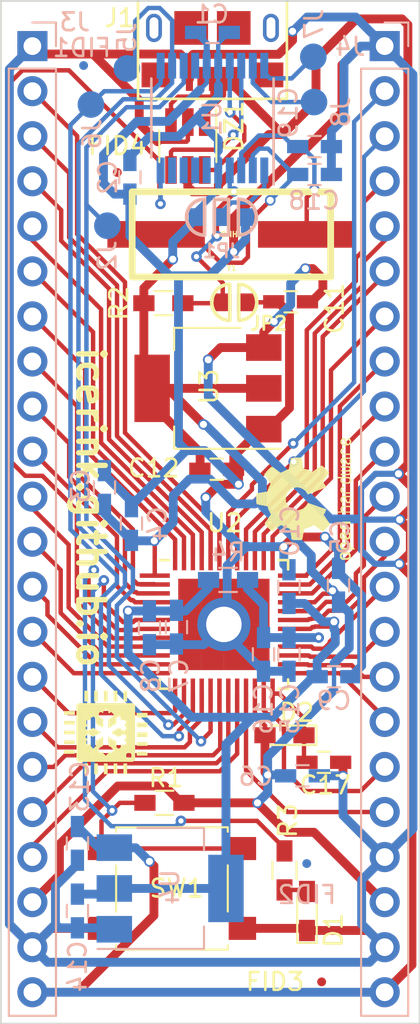
<source format=kicad_pcb>
(kicad_pcb (version 4) (host pcbnew 4.0.7)
  (layers (0 F.Cu signal hide) (31 B.Cu signal hide) (34 B.Paste user hide) (35 F.Paste user hide) (36 B.SilkS user hide) (37 F.SilkS user) (38 B.Mask user hide) (39 F.Mask user hide) (44 Edge.Cuts user))
  (net 0 "")
  (net 1 +3V3)
  (net 2 GND)
  (net 3 +1V2)
  (net 4 +5V)
  (net 5 "Net-(C15-Pad1)")
  (net 6 +2V5)
  (net 7 "Net-(D1-Pad2)")
  (net 8 /USB_D-)
  (net 9 /USB_D+)
  (net 10 /SPI_MOSI)
  (net 11 /IO_0)
  (net 12 /IO_1)
  (net 13 /IO_2)
  (net 14 /IO_3)
  (net 15 /IO_4)
  (net 16 /IO_5)
  (net 17 /IO_6)
  (net 18 /IO_7)
  (net 19 /IO_8)
  (net 20 /IO_9)
  (net 21 /IO_10)
  (net 22 /IO_11)
  (net 23 /IO_12)
  (net 24 /IO_13)
  (net 25 /IO_14)
  (net 26 /IO_15)
  (net 27 /IO_16)
  (net 28 /IO_17)
  (net 29 /IO_18)
  (net 30 /IO_19)
  (net 31 /IO_20)
  (net 32 /IO_21)
  (net 33 /IO_22)
  (net 34 /IO_23)
  (net 35 /IO_24)
  (net 36 /IO_25)
  (net 37 /IO_26)
  (net 38 /IO_27)
  (net 39 /IO_28)
  (net 40 /IO_29)
  (net 41 /IO_30)
  (net 42 /IO_31)
  (net 43 /IO_32)
  (net 44 /IO_33)
  (net 45 /IO_34)
  (net 46 /SPI_MISO)
  (net 47 "Net-(JP1-Pad2)")
  (net 48 "Net-(JP2-Pad2)")
  (net 49 /IO_BTN)
  (net 50 /IO_LED)
  (net 51 /RESET)
  (net 52 /SPI_SCK)
  (net 53 "Net-(C18-Pad2)")
  (net 54 "Net-(C19-Pad1)")
  (net 55 "Net-(DZ1-Pad1)")
  (net 56 "Net-(DZ1-Pad3)")
  (net 57 "Net-(J7-Pad1)")
  (net 58 "Net-(J8-Pad1)")
  (module Housings_SSOP:TSSOP-20_4.4x6.5mm_Pitch0.65mm (layer B.Cu) (at 160.02 111.76 90)
    (fp_text reference U1 (at -0.03 -0.01 90) (layer B.SilkS) (effects (justify mirror)))
    (fp_text value STM32F070F6P6)
    (pad 1 smd rect (at -2.95 2.925 90) (size 1.45 0.45) (layers B.Cu B.Paste B.Mask) (net 47 "Net-(JP1-Pad2)"))
    (pad 2 smd rect (at -2.95 2.275 90) (size 1.45 0.45) (layers B.Cu B.Paste B.Mask) (net 53 "Net-(C18-Pad2)"))
    (pad 3 smd rect (at -2.95 1.625 90) (size 1.45 0.45) (layers B.Cu B.Paste B.Mask) (net 54 "Net-(C19-Pad1)"))
    (pad 4 smd rect (at -2.95 0.975 90) (size 1.45 0.45) (layers B.Cu B.Paste B.Mask) (net 48 "Net-(JP2-Pad2)"))
    (pad 5 smd rect (at -2.95 0.325 90) (size 1.45 0.45) (layers B.Cu B.Paste B.Mask) (net 1 +3V3))
    (pad 6 smd rect (at -2.95 -0.325 90) (size 1.45 0.45) (layers B.Cu B.Paste B.Mask))
    (pad 7 smd rect (at -2.95 -0.975 90) (size 1.45 0.45) (layers B.Cu B.Paste B.Mask))
    (pad 8 smd rect (at -2.95 -1.625 90) (size 1.45 0.45) (layers B.Cu B.Paste B.Mask))
    (pad 9 smd rect (at -2.95 -2.275 90) (size 1.45 0.45) (layers B.Cu B.Paste B.Mask))
    (pad 10 smd rect (at -2.95 -2.925 90) (size 1.45 0.45) (layers B.Cu B.Paste B.Mask) (net 51 /RESET))
    (pad 11 smd rect (at 2.95 -2.925 90) (size 1.45 0.45) (layers B.Cu B.Paste B.Mask) (net 52 /SPI_SCK))
    (pad 12 smd rect (at 2.95 -2.275 90) (size 1.45 0.45) (layers B.Cu B.Paste B.Mask) (net 46 /SPI_MISO))
    (pad 13 smd rect (at 2.95 -1.625 90) (size 1.45 0.45) (layers B.Cu B.Paste B.Mask) (net 10 /SPI_MOSI))
    (pad 14 smd rect (at 2.95 -0.975 90) (size 1.45 0.45) (layers B.Cu B.Paste B.Mask))
    (pad 15 smd rect (at 2.95 -0.325 90) (size 1.45 0.45) (layers B.Cu B.Paste B.Mask) (net 2 GND))
    (pad 16 smd rect (at 2.95 0.325 90) (size 1.45 0.45) (layers B.Cu B.Paste B.Mask) (net 1 +3V3))
    (pad 17 smd rect (at 2.95 0.975 90) (size 1.45 0.45) (layers B.Cu B.Paste B.Mask) (net 8 /USB_D-))
    (pad 18 smd rect (at 2.95 1.625 90) (size 1.45 0.45) (layers B.Cu B.Paste B.Mask) (net 9 /USB_D+))
    (pad 19 smd rect (at 2.95 2.275 90) (size 1.45 0.45) (layers B.Cu B.Paste B.Mask) (net 58 "Net-(J8-Pad1)"))
    (pad 20 smd rect (at 2.95 2.925 90) (size 1.45 0.45) (layers B.Cu B.Paste B.Mask) (net 57 "Net-(J7-Pad1)"))
  )
  (module jumper:SOLDER-JUMPER_2-WAY (layer B.Cu) (at 160.528 117.348 180)
    (fp_text reference JP1 (at 0 -1.905 180) (layer B.SilkS) (effects (font (size 0.762 0.762) (thickness 0.1524)) (justify mirror)))
    (fp_text value Jumper_NC_Dual hide)
    (pad 1 smd rect (at -1.35 0 180) (size 1 1) (layers B.Cu B.Paste B.Mask) (net 2 GND))
    (pad 3 smd rect (at 1.35 0 180) (size 1 1) (layers B.Cu B.Paste B.Mask) (net 1 +3V3))
    (pad 2 smd rect (at 0 0 180) (size 1 1) (layers B.Cu B.Paste B.Mask) (net 47 "Net-(JP1-Pad2)"))
  )
  (module jumper:SOLDER-JUMPER_1-WAY (layer F.Cu) (at 161.25 122.15 180)
    (fp_text reference JP2 (at -1.94 -1.19 180) (layer F.SilkS) (effects (font (size 0.762 0.762) (thickness 0.1524))))
    (fp_text value Jumper hide)
    (pad 1 smd rect (at -0.65 0 180) (size 1 1) (layers F.Cu F.Paste F.Mask) (net 2 GND))
    (pad 2 smd rect (at 0.65 0 180) (size 1 1) (layers F.Cu F.Paste F.Mask) (net 48 "Net-(JP2-Pad2)"))
  )
  (module conn-fci:FCI_10118193-0001LF (layer F.Cu) (at 160.02 106.68 180)
    (fp_text reference J1 (at 5.24 0.57 360) (layer F.SilkS))
    (fp_text value USB_OTG)
    (pad SH smd rect (at 3.2 -2.65 180) (size 1.6 1.4) (layers F.Cu F.Paste F.Mask))
    (pad SH smd rect (at -3.2 -2.65 180) (size 1.6 1.4) (layers F.Cu F.Paste F.Mask))
    (pad SH smd rect (at 1.2 0 180) (size 1.9 1.9) (layers F.Cu F.Paste F.Mask))
    (pad SH smd rect (at -1.2 0 180) (size 1.9 1.9) (layers F.Cu F.Paste F.Mask))
    (pad 5 smd rect (at 1.3 -2.875 180) (size 0.4 1.35) (layers F.Cu F.Paste F.Mask) (net 2 GND))
    (pad 4 smd rect (at 0.65 -2.875 180) (size 0.4 1.35) (layers F.Cu F.Paste F.Mask))
    (pad 3 smd rect (at 0 -2.875 180) (size 0.4 1.35) (layers F.Cu F.Paste F.Mask) (net 56 "Net-(DZ1-Pad3)"))
    (pad 2 smd rect (at -0.65 -2.875 180) (size 0.4 1.35) (layers F.Cu F.Paste F.Mask) (net 55 "Net-(DZ1-Pad1)"))
    (pad 1 smd rect (at -1.3 -2.875 180) (size 0.4 1.35) (layers F.Cu F.Paste F.Mask) (net 4 +5V))
    (pad SH thru_hole oval (at 3.3 0 180) (size 0.9 1.6) (drill oval 0.5 1.2) (layers *.Cu *.Mask))
    (pad SH thru_hole oval (at -3.3 0 180) (size 0.9 1.6) (drill oval 0.5 1.2) (layers *.Cu *.Mask))
  )
  (module Capacitors_SMD:C_0603_HandSoldering (layer B.Cu) (at 160.02 106.934 180)
    (fp_text reference C1 (at 0.04 1.024 180) (layer B.SilkS) (effects (justify mirror)))
    (fp_text value C)
    (pad 1 smd rect (at -0.95 0 180) (size 1.2 0.75) (layers B.Cu B.Paste B.Mask) (net 1 +3V3))
    (pad 2 smd rect (at 0.95 0 180) (size 1.2 0.75) (layers B.Cu B.Paste B.Mask) (net 2 GND))
  )
  (module Capacitors_SMD:C_0603_HandSoldering (layer B.Cu) (at 155.36 115.1 270)
    (fp_text reference C2 (at 0 1.25 270) (layer B.SilkS) (effects (justify mirror)))
    (fp_text value C)
    (pad 1 smd rect (at -0.95 0 270) (size 1.2 0.75) (layers B.Cu B.Paste B.Mask) (net 1 +3V3))
    (pad 2 smd rect (at 0.95 0 270) (size 1.2 0.75) (layers B.Cu B.Paste B.Mask) (net 2 GND))
  )
  (module Capacitors_SMD:C_0603_HandSoldering (layer B.Cu) (at 153.924 132.588 90)
    (fp_text reference C3 (at 0.088 -1.344 90) (layer B.SilkS) (effects (justify mirror)))
    (fp_text value 1µ)
    (pad 1 smd rect (at -0.95 0 90) (size 1.2 0.75) (layers B.Cu B.Paste B.Mask) (net 1 +3V3))
    (pad 2 smd rect (at 0.95 0 90) (size 1.2 0.75) (layers B.Cu B.Paste B.Mask) (net 2 GND))
  )
  (module Capacitors_SMD:C_0603_HandSoldering (layer B.Cu) (at 155.448 134.62 90)
    (fp_text reference C4 (at -0.01 1.472 90) (layer B.SilkS) (effects (justify mirror)))
    (fp_text value 0.1µ)
    (pad 1 smd rect (at -0.95 0 90) (size 1.2 0.75) (layers B.Cu B.Paste B.Mask) (net 1 +3V3))
    (pad 2 smd rect (at 0.95 0 90) (size 1.2 0.75) (layers B.Cu B.Paste B.Mask) (net 2 GND))
  )
  (module Capacitors_SMD:C_0603_HandSoldering (layer B.Cu) (at 167.132 138.1 90)
    (fp_text reference C5 (at 2.71 0.088 90) (layer B.SilkS) (effects (justify mirror)))
    (fp_text value 0.1µ)
    (pad 1 smd rect (at -0.95 0 90) (size 1.2 0.75) (layers B.Cu B.Paste B.Mask) (net 1 +3V3))
    (pad 2 smd rect (at 0.95 0 90) (size 1.2 0.75) (layers B.Cu B.Paste B.Mask) (net 2 GND))
  )
  (module Capacitors_SMD:C_0603_HandSoldering (layer B.Cu) (at 165.1 148.844)
    (fp_text reference C6 (at -2.63 0.036) (layer B.SilkS) (effects (justify mirror)))
    (fp_text value 1µ)
    (pad 1 smd rect (at -0.95 0) (size 1.2 0.75) (layers B.Cu B.Paste B.Mask) (net 1 +3V3))
    (pad 2 smd rect (at 0.95 0) (size 1.2 0.75) (layers B.Cu B.Paste B.Mask) (net 2 GND))
  )
  (module Capacitors_SMD:C_0603_HandSoldering (layer B.Cu) (at 157.988 140.462 270)
    (fp_text reference C7 (at 2.738 -0.142 270) (layer B.SilkS) (effects (justify mirror)))
    (fp_text value 1µ)
    (pad 1 smd rect (at -0.95 0 270) (size 1.2 0.75) (layers B.Cu B.Paste B.Mask) (net 3 +1V2))
    (pad 2 smd rect (at 0.95 0 270) (size 1.2 0.75) (layers B.Cu B.Paste B.Mask) (net 2 GND))
  )
  (module Capacitors_SMD:C_0603_HandSoldering (layer B.Cu) (at 156.464 140.5 270)
    (fp_text reference C8 (at 2.7 -0.076 270) (layer B.SilkS) (effects (justify mirror)))
    (fp_text value 0.1µ)
    (pad 1 smd rect (at -0.95 0 270) (size 1.2 0.75) (layers B.Cu B.Paste B.Mask) (net 3 +1V2))
    (pad 2 smd rect (at 0.95 0 270) (size 1.2 0.75) (layers B.Cu B.Paste B.Mask) (net 2 GND))
  )
  (module Capacitors_SMD:C_0603_HandSoldering (layer B.Cu) (at 166.878 143.256)
    (fp_text reference C9 (at 0 1.354) (layer B.SilkS) (effects (justify mirror)))
    (fp_text value 0.1µ)
    (pad 1 smd rect (at -0.95 0) (size 1.2 0.75) (layers B.Cu B.Paste B.Mask) (net 3 +1V2))
    (pad 2 smd rect (at 0.95 0) (size 1.2 0.75) (layers B.Cu B.Paste B.Mask) (net 2 GND))
  )
  (module Capacitors_SMD:C_0603_HandSoldering (layer B.Cu) (at 164.338 138.176 90)
    (fp_text reference C10 (at 3.136 0.062 90) (layer B.SilkS) (effects (justify mirror)))
    (fp_text value 1µ)
    (pad 1 smd rect (at -0.95 0 90) (size 1.2 0.75) (layers B.Cu B.Paste B.Mask) (net 3 +1V2))
    (pad 2 smd rect (at 0.95 0 90) (size 1.2 0.75) (layers B.Cu B.Paste B.Mask) (net 2 GND))
  )
  (module Capacitors_SMD:C_0603_HandSoldering (layer F.Cu) (at 164.43 122.12 180)
    (fp_text reference C11 (at -2.48 -0.37 270) (layer F.SilkS))
    (fp_text value 1µ)
    (pad 1 smd rect (at -0.95 0 180) (size 1.2 0.75) (layers F.Cu F.Paste F.Mask) (net 4 +5V))
    (pad 2 smd rect (at 0.95 0 180) (size 1.2 0.75) (layers F.Cu F.Paste F.Mask) (net 2 GND))
  )
  (module Capacitors_SMD:C_0603_HandSoldering (layer F.Cu) (at 160.26 131.56)
    (fp_text reference C12 (at -3.56 -0.06) (layer F.SilkS))
    (fp_text value 1µ)
    (pad 1 smd rect (at -0.95 0) (size 1.2 0.75) (layers F.Cu F.Paste F.Mask) (net 1 +3V3))
    (pad 2 smd rect (at 0.95 0) (size 1.2 0.75) (layers F.Cu F.Paste F.Mask) (net 2 GND))
  )
  (module Capacitors_SMD:C_0603_HandSoldering (layer B.Cu) (at 152.4 152.654 270)
    (fp_text reference C13 (at -3.204 -0.13 270) (layer B.SilkS) (effects (justify mirror)))
    (fp_text value 1µ)
    (pad 1 smd rect (at -0.95 0 270) (size 1.2 0.75) (layers B.Cu B.Paste B.Mask) (net 4 +5V))
    (pad 2 smd rect (at 0.95 0 270) (size 1.2 0.75) (layers B.Cu B.Paste B.Mask) (net 2 GND))
  )
  (module Capacitors_SMD:C_0603_HandSoldering (layer B.Cu) (at 152.4 156.464 270)
    (fp_text reference C14 (at 3.126 -0.01 270) (layer B.SilkS) (effects (justify mirror)))
    (fp_text value 1µ)
    (pad 1 smd rect (at -0.95 0 270) (size 1.2 0.75) (layers B.Cu B.Paste B.Mask) (net 3 +1V2))
    (pad 2 smd rect (at 0.95 0 270) (size 1.2 0.75) (layers B.Cu B.Paste B.Mask) (net 2 GND))
  )
  (module Capacitors_SMD:C_0603_HandSoldering (layer B.Cu) (at 164.338 142 270)
    (fp_text reference C15 (at 3.07 -0.062 270) (layer B.SilkS) (effects (justify mirror)))
    (fp_text value 0.1µ)
    (pad 1 smd rect (at -0.95 0 270) (size 1.2 0.75) (layers B.Cu B.Paste B.Mask) (net 5 "Net-(C15-Pad1)"))
    (pad 2 smd rect (at 0.95 0 270) (size 1.2 0.75) (layers B.Cu B.Paste B.Mask) (net 2 GND))
  )
  (module Capacitors_SMD:C_0603_HandSoldering (layer B.Cu) (at 162.9 142 270)
    (fp_text reference C16 (at 3.07 0 270) (layer B.SilkS) (effects (justify mirror)))
    (fp_text value 1µ)
    (pad 1 smd rect (at -0.95 0 270) (size 1.2 0.75) (layers B.Cu B.Paste B.Mask) (net 5 "Net-(C15-Pad1)"))
    (pad 2 smd rect (at 0.95 0 270) (size 1.2 0.75) (layers B.Cu B.Paste B.Mask) (net 2 GND))
  )
  (module Capacitors_SMD:C_0603_HandSoldering (layer F.Cu) (at 166.304 148.082)
    (fp_text reference C17 (at 0.086 1.288) (layer F.SilkS))
    (fp_text value 1µ)
    (pad 1 smd rect (at -0.95 0) (size 1.2 0.75) (layers F.Cu F.Paste F.Mask) (net 6 +2V5))
    (pad 2 smd rect (at 0.95 0) (size 1.2 0.75) (layers F.Cu F.Paste F.Mask) (net 2 GND))
  )
  (module LEDs:LED_0603_HandSoldering (layer F.Cu) (at 165.354 156.464 90)
    (fp_text reference D1 (at -1.086 1.496 90) (layer F.SilkS))
    (fp_text value LED)
    (pad 1 smd rect (at -1.1 0 90) (size 1.2 0.9) (layers F.Cu F.Paste F.Mask) (net 2 GND))
    (pad 2 smd rect (at 1.1 0 90) (size 1.2 0.9) (layers F.Cu F.Paste F.Mask) (net 7 "Net-(D1-Pad2)"))
  )
  (module LEDs:LED_0603_HandSoldering (layer F.Cu) (at 164.084 146.558 180)
    (fp_text reference D2 (at -0.696 1.278 180) (layer F.SilkS))
    (fp_text value D)
    (pad 1 smd rect (at -1.1 0 180) (size 1.2 0.9) (layers F.Cu F.Paste F.Mask) (net 6 +2V5))
    (pad 2 smd rect (at 1.1 0 180) (size 1.2 0.9) (layers F.Cu F.Paste F.Mask) (net 1 +3V3))
  )
  (module Measurement_Points:Measurement_Point_Round-SMD-Pad_Small (layer B.Cu) (at 154.09 117.83)
    (fp_text reference J2 (at -0.01 1.69 90) (layer B.SilkS) (effects (justify mirror)))
    (fp_text value TEST_1P)
    (pad 1 smd circle (at 0 0) (size 1.5 1.5) (layers B.Cu B.Mask) (net 10 /SPI_MOSI))
  )
  (module Measurement_Points:Measurement_Point_Round-SMD-Pad_Small (layer B.Cu) (at 155.194 108.966)
    (fp_text reference J5 (at -0.004 -1.736 90) (layer B.SilkS) (effects (justify mirror)))
    (fp_text value TEST_1P)
    (pad 1 smd circle (at 0 0) (size 1.5 1.5) (layers B.Cu B.Mask) (net 46 /SPI_MISO))
  )
  (module Resistors_SMD:R_0603_HandSoldering (layer F.Cu) (at 157.31 150.368 180)
    (fp_text reference R1 (at -0.09 1.408 180) (layer F.SilkS))
    (fp_text value 10k)
    (pad 1 smd rect (at -1.1 0 180) (size 1.2 0.9) (layers F.Cu F.Paste F.Mask) (net 1 +3V3))
    (pad 2 smd rect (at 1.1 0 180) (size 1.2 0.9) (layers F.Cu F.Paste F.Mask) (net 49 /IO_BTN))
  )
  (module Resistors_SMD:R_0603_HandSoldering (layer F.Cu) (at 157.25 122.2 180)
    (fp_text reference R2 (at 2.51 0 270) (layer F.SilkS))
    (fp_text value 10k)
    (pad 1 smd rect (at -1.1 0 180) (size 1.2 0.9) (layers F.Cu F.Paste F.Mask) (net 48 "Net-(JP2-Pad2)"))
    (pad 2 smd rect (at 1.1 0 180) (size 1.2 0.9) (layers F.Cu F.Paste F.Mask) (net 1 +3V3))
  )
  (module Resistors_SMD:R_0603_HandSoldering (layer F.Cu) (at 164.084 154.178 90)
    (fp_text reference R3 (at 2.808 0.186 90) (layer F.SilkS))
    (fp_text value 100)
    (pad 1 smd rect (at -1.1 0 90) (size 1.2 0.9) (layers F.Cu F.Paste F.Mask) (net 7 "Net-(D1-Pad2)"))
    (pad 2 smd rect (at 1.1 0 90) (size 1.2 0.9) (layers F.Cu F.Paste F.Mask) (net 50 /IO_LED))
  )
  (module Resistors_SMD:R_0603_HandSoldering (layer B.Cu) (at 160.9 137.8)
    (fp_text reference R4 (at 0 -1.56) (layer B.SilkS) (effects (justify mirror)))
    (fp_text value 10)
    (pad 1 smd rect (at -1.1 0) (size 1.2 0.9) (layers B.Cu B.Paste B.Mask) (net 3 +1V2))
    (pad 2 smd rect (at 1.1 0) (size 1.2 0.9) (layers B.Cu B.Paste B.Mask) (net 5 "Net-(C15-Pad1)"))
  )
  (module Buttons_Switches_SMD:SW_SPST_B3S-1000 (layer F.Cu) (at 157.734 155.194)
    (fp_text reference SW1 (at 0.266 -0.004) (layer F.SilkS))
    (fp_text value SW_Push)
    (pad 1 smd rect (at -3.975 -2.25) (size 1.55 1.3) (layers F.Cu F.Paste F.Mask) (net 49 /IO_BTN))
    (pad 1 smd rect (at 3.975 -2.25) (size 1.55 1.3) (layers F.Cu F.Paste F.Mask) (net 49 /IO_BTN))
    (pad 2 smd rect (at -3.975 2.25) (size 1.55 1.3) (layers F.Cu F.Paste F.Mask) (net 2 GND))
    (pad 2 smd rect (at 3.975 2.25) (size 1.55 1.3) (layers F.Cu F.Paste F.Mask) (net 2 GND))
  )
  (module custom:QFN-48-1EP_7x7mm_Pitch0.5mm (layer F.Cu) (at 160.66375 140.30875)
    (fp_text reference U2 (at 0.04625 -5.71875) (layer F.SilkS))
    (fp_text value ICE40UP5K-SG48)
    (pad 1 smd rect (at -3.9 -2.75) (size 1.7 0.25) (layers F.Cu F.Paste F.Mask) (net 1 +3V3))
    (pad 2 smd rect (at -3.9 -2.25) (size 1.7 0.25) (layers F.Cu F.Paste F.Mask) (net 17 /IO_6))
    (pad 3 smd rect (at -3.9 -1.75) (size 1.7 0.25) (layers F.Cu F.Paste F.Mask) (net 18 /IO_7))
    (pad 4 smd rect (at -3.9 -1.25) (size 1.7 0.25) (layers F.Cu F.Paste F.Mask) (net 19 /IO_8))
    (pad 5 smd rect (at -3.9 -0.75) (size 1.7 0.25) (layers F.Cu F.Paste F.Mask) (net 3 +1V2))
    (pad 6 smd rect (at -3.9 -0.25) (size 1.7 0.25) (layers F.Cu F.Paste F.Mask) (net 49 /IO_BTN))
    (pad 7 smd rect (at -3.9 0.25) (size 1.7 0.25) (layers F.Cu F.Paste F.Mask) (net 50 /IO_LED))
    (pad 8 smd rect (at -3.9 0.75) (size 1.7 0.25) (layers F.Cu F.Paste F.Mask) (net 51 /RESET))
    (pad 9 smd rect (at -3.9 1.25) (size 1.7 0.25) (layers F.Cu F.Paste F.Mask) (net 20 /IO_9))
    (pad 10 smd rect (at -3.9 1.75) (size 1.7 0.25) (layers F.Cu F.Paste F.Mask) (net 21 /IO_10))
    (pad 11 smd rect (at -3.9 2.25) (size 1.7 0.25) (layers F.Cu F.Paste F.Mask) (net 22 /IO_11))
    (pad 12 smd rect (at -3.9 2.75) (size 1.7 0.25) (layers F.Cu F.Paste F.Mask) (net 23 /IO_12))
    (pad 13 smd rect (at -2.75 3.9 90) (size 1.7 0.25) (layers F.Cu F.Paste F.Mask) (net 24 /IO_13))
    (pad 14 smd rect (at -2.25 3.9 90) (size 1.7 0.25) (layers F.Cu F.Paste F.Mask) (net 46 /SPI_MISO))
    (pad 15 smd rect (at -1.75 3.9 90) (size 1.7 0.25) (layers F.Cu F.Paste F.Mask) (net 52 /SPI_SCK))
    (pad 16 smd rect (at -1.25 3.9 90) (size 1.7 0.25) (layers F.Cu F.Paste F.Mask) (net 25 /IO_14))
    (pad 17 smd rect (at -0.75 3.9 90) (size 1.7 0.25) (layers F.Cu F.Paste F.Mask) (net 10 /SPI_MOSI))
    (pad 18 smd rect (at -0.25 3.9 90) (size 1.7 0.25) (layers F.Cu F.Paste F.Mask) (net 26 /IO_15))
    (pad 19 smd rect (at 0.25 3.9 90) (size 1.7 0.25) (layers F.Cu F.Paste F.Mask) (net 27 /IO_16))
    (pad 20 smd rect (at 0.75 3.9 90) (size 1.7 0.25) (layers F.Cu F.Paste F.Mask) (net 28 /IO_17))
    (pad 21 smd rect (at 1.25 3.9 90) (size 1.7 0.25) (layers F.Cu F.Paste F.Mask) (net 29 /IO_18))
    (pad 22 smd rect (at 1.75 3.9 90) (size 1.7 0.25) (layers F.Cu F.Paste F.Mask) (net 1 +3V3))
    (pad 23 smd rect (at 2.25 3.9 90) (size 1.7 0.25) (layers F.Cu F.Paste F.Mask) (net 30 /IO_19))
    (pad 24 smd rect (at 2.75 3.9 90) (size 1.7 0.25) (layers F.Cu F.Paste F.Mask) (net 6 +2V5))
    (pad 25 smd rect (at 3.9 2.75) (size 1.7 0.25) (layers F.Cu F.Paste F.Mask) (net 31 /IO_20))
    (pad 26 smd rect (at 3.9 2.25) (size 1.7 0.25) (layers F.Cu F.Paste F.Mask) (net 32 /IO_21))
    (pad 27 smd rect (at 3.9 1.75) (size 1.7 0.25) (layers F.Cu F.Paste F.Mask) (net 33 /IO_22))
    (pad 28 smd rect (at 3.9 1.25) (size 1.7 0.25) (layers F.Cu F.Paste F.Mask) (net 34 /IO_23))
    (pad 29 smd rect (at 3.9 0.75) (size 1.7 0.25) (layers F.Cu F.Paste F.Mask) (net 5 "Net-(C15-Pad1)"))
    (pad 30 smd rect (at 3.9 0.25) (size 1.7 0.25) (layers F.Cu F.Paste F.Mask) (net 3 +1V2))
    (pad 31 smd rect (at 3.9 -0.25) (size 1.7 0.25) (layers F.Cu F.Paste F.Mask) (net 35 /IO_24))
    (pad 32 smd rect (at 3.9 -0.75) (size 1.7 0.25) (layers F.Cu F.Paste F.Mask) (net 36 /IO_25))
    (pad 33 smd rect (at 3.9 -1.25) (size 1.7 0.25) (layers F.Cu F.Paste F.Mask) (net 1 +3V3))
    (pad 34 smd rect (at 3.9 -1.75) (size 1.7 0.25) (layers F.Cu F.Paste F.Mask) (net 37 /IO_26))
    (pad 35 smd rect (at 3.9 -2.25) (size 1.7 0.25) (layers F.Cu F.Paste F.Mask) (net 38 /IO_27))
    (pad 36 smd rect (at 3.9 -2.75) (size 1.7 0.25) (layers F.Cu F.Paste F.Mask) (net 39 /IO_28))
    (pad 37 smd rect (at 2.75 -3.9 90) (size 1.7 0.25) (layers F.Cu F.Paste F.Mask) (net 40 /IO_29))
    (pad 38 smd rect (at 2.25 -3.9 90) (size 1.7 0.25) (layers F.Cu F.Paste F.Mask) (net 41 /IO_30))
    (pad 39 smd rect (at 1.75 -3.9 90) (size 1.7 0.25) (layers F.Cu F.Paste F.Mask) (net 42 /IO_31))
    (pad 40 smd rect (at 1.25 -3.9 90) (size 1.7 0.25) (layers F.Cu F.Paste F.Mask) (net 43 /IO_32))
    (pad 41 smd rect (at 0.75 -3.9 90) (size 1.7 0.25) (layers F.Cu F.Paste F.Mask) (net 44 /IO_33))
    (pad 42 smd rect (at 0.25 -3.9 90) (size 1.7 0.25) (layers F.Cu F.Paste F.Mask) (net 45 /IO_34))
    (pad 43 smd rect (at -0.25 -3.9 90) (size 1.7 0.25) (layers F.Cu F.Paste F.Mask) (net 11 /IO_0))
    (pad 44 smd rect (at -0.75 -3.9 90) (size 1.7 0.25) (layers F.Cu F.Paste F.Mask) (net 12 /IO_1))
    (pad 45 smd rect (at -1.25 -3.9 90) (size 1.7 0.25) (layers F.Cu F.Paste F.Mask) (net 13 /IO_2))
    (pad 46 smd rect (at -1.75 -3.9 90) (size 1.7 0.25) (layers F.Cu F.Paste F.Mask) (net 14 /IO_3))
    (pad 47 smd rect (at -2.25 -3.9 90) (size 1.7 0.25) (layers F.Cu F.Paste F.Mask) (net 15 /IO_4))
    (pad 48 smd rect (at -2.75 -3.9 90) (size 1.7 0.25) (layers F.Cu F.Paste F.Mask) (net 16 /IO_5))
    (pad 49 smd rect (at 1.93125 1.93125) (size 1.2875 1.2875) (layers F.Cu F.Paste F.Mask) (net 2 GND))
    (pad 49 smd rect (at 1.93125 0.64375) (size 1.2875 1.2875) (layers F.Cu F.Paste F.Mask) (net 2 GND))
    (pad 49 smd rect (at 1.93125 -0.64375) (size 1.2875 1.2875) (layers F.Cu F.Paste F.Mask) (net 2 GND))
    (pad 49 smd rect (at 1.93125 -1.93125) (size 1.2875 1.2875) (layers F.Cu F.Paste F.Mask) (net 2 GND))
    (pad 49 smd rect (at 0.64375 1.93125) (size 1.2875 1.2875) (layers F.Cu F.Paste F.Mask) (net 2 GND))
    (pad 49 smd rect (at 0.64375 0.64375) (size 1.2875 1.2875) (layers F.Cu F.Paste F.Mask) (net 2 GND))
    (pad 49 smd rect (at 0.64375 -0.64375) (size 1.2875 1.2875) (layers F.Cu F.Paste F.Mask) (net 2 GND))
    (pad 49 smd rect (at 0.64375 -1.93125) (size 1.2875 1.2875) (layers F.Cu F.Paste F.Mask) (net 2 GND))
    (pad 49 smd rect (at -0.64375 1.93125) (size 1.2875 1.2875) (layers F.Cu F.Paste F.Mask) (net 2 GND))
    (pad 49 smd rect (at -0.64375 0.64375) (size 1.2875 1.2875) (layers F.Cu F.Paste F.Mask) (net 2 GND))
    (pad 49 smd rect (at -0.64375 -0.64375) (size 1.2875 1.2875) (layers F.Cu F.Paste F.Mask) (net 2 GND))
    (pad 49 smd rect (at -0.64375 -1.93125) (size 1.2875 1.2875) (layers F.Cu F.Paste F.Mask) (net 2 GND))
    (pad 49 smd rect (at -1.93125 1.93125) (size 1.2875 1.2875) (layers F.Cu F.Paste F.Mask) (net 2 GND))
    (pad 49 smd rect (at -1.93125 0.64375) (size 1.2875 1.2875) (layers F.Cu F.Paste F.Mask) (net 2 GND))
    (pad 49 smd rect (at -1.93125 -0.64375) (size 1.2875 1.2875) (layers F.Cu F.Paste F.Mask) (net 2 GND))
    (pad 49 smd rect (at -1.93125 -1.93125) (size 1.2875 1.2875) (layers F.Cu F.Paste F.Mask) (net 2 GND))
    (pad 49 thru_hole circle (at 0 0) (size 3 3) (drill 2) (layers *.Cu *.Mask) (net 2 GND))
  )
  (module TO_SOT_Packages_SMD:SOT-223-3_TabPin2 (layer F.Cu) (at 159.766 127 180)
    (fp_text reference U3 (at -0.064 0.1 270) (layer F.SilkS))
    (fp_text value LD1117S33TR_SOT223)
    (pad 2 smd rect (at 3.15 0 180) (size 2 3.8) (layers F.Cu F.Paste F.Mask) (net 1 +3V3))
    (pad 2 smd rect (at -3.15 0 180) (size 2 1.5) (layers F.Cu F.Paste F.Mask) (net 1 +3V3))
    (pad 3 smd rect (at -3.15 2.3 180) (size 2 1.5) (layers F.Cu F.Paste F.Mask) (net 4 +5V))
    (pad 1 smd rect (at -3.15 -2.3 180) (size 2 1.5) (layers F.Cu F.Paste F.Mask) (net 2 GND))
  )
  (module TO_SOT_Packages_SMD:SOT-223-3_TabPin2 (layer B.Cu) (at 157.632 155.194)
    (fp_text reference U4 (at -0.002 -0.074 90) (layer B.SilkS) (effects (justify mirror)))
    (fp_text value LD1117S12TR_SOT223)
    (pad 2 smd rect (at 3.15 0) (size 2 3.8) (layers B.Cu B.Paste B.Mask) (net 3 +1V2))
    (pad 2 smd rect (at -3.15 0) (size 2 1.5) (layers B.Cu B.Paste B.Mask) (net 3 +1V2))
    (pad 3 smd rect (at -3.15 -2.3) (size 2 1.5) (layers B.Cu B.Paste B.Mask) (net 4 +5V))
    (pad 1 smd rect (at -3.15 2.3) (size 2 1.5) (layers B.Cu B.Paste B.Mask) (net 2 GND))
  )
  (module Pin_Headers:Pin_Header_Straight_1x22_Pitch2.54mm (layer B.Cu) (at 149.86 107.705 180)
    (fp_text reference J3 (at -2.39 1.355 180) (layer B.SilkS) (effects (justify mirror)))
    (fp_text value Conn_01x22)
    (pad 1 thru_hole rect (at 0 0 180) (size 1.7 1.7) (drill 1) (layers *.Cu *.Mask) (net 2 GND))
    (pad 2 thru_hole oval (at 0 -2.54 180) (size 1.7 1.7) (drill 1) (layers *.Cu *.Mask) (net 11 /IO_0))
    (pad 3 thru_hole oval (at 0 -5.08 180) (size 1.7 1.7) (drill 1) (layers *.Cu *.Mask) (net 12 /IO_1))
    (pad 4 thru_hole oval (at 0 -7.62 180) (size 1.7 1.7) (drill 1) (layers *.Cu *.Mask) (net 13 /IO_2))
    (pad 5 thru_hole oval (at 0 -10.16 180) (size 1.7 1.7) (drill 1) (layers *.Cu *.Mask) (net 14 /IO_3))
    (pad 6 thru_hole oval (at 0 -12.7 180) (size 1.7 1.7) (drill 1) (layers *.Cu *.Mask) (net 15 /IO_4))
    (pad 7 thru_hole oval (at 0 -15.24 180) (size 1.7 1.7) (drill 1) (layers *.Cu *.Mask) (net 16 /IO_5))
    (pad 8 thru_hole oval (at 0 -17.78 180) (size 1.7 1.7) (drill 1) (layers *.Cu *.Mask) (net 17 /IO_6))
    (pad 9 thru_hole oval (at 0 -20.32 180) (size 1.7 1.7) (drill 1) (layers *.Cu *.Mask) (net 18 /IO_7))
    (pad 10 thru_hole oval (at 0 -22.86 180) (size 1.7 1.7) (drill 1) (layers *.Cu *.Mask) (net 19 /IO_8))
    (pad 11 thru_hole oval (at 0 -25.4 180) (size 1.7 1.7) (drill 1) (layers *.Cu *.Mask) (net 20 /IO_9))
    (pad 12 thru_hole oval (at 0 -27.94 180) (size 1.7 1.7) (drill 1) (layers *.Cu *.Mask) (net 21 /IO_10))
    (pad 13 thru_hole oval (at 0 -30.48 180) (size 1.7 1.7) (drill 1) (layers *.Cu *.Mask) (net 22 /IO_11))
    (pad 14 thru_hole oval (at 0 -33.02 180) (size 1.7 1.7) (drill 1) (layers *.Cu *.Mask) (net 23 /IO_12))
    (pad 15 thru_hole oval (at 0 -35.56 180) (size 1.7 1.7) (drill 1) (layers *.Cu *.Mask) (net 24 /IO_13))
    (pad 16 thru_hole oval (at 0 -38.1 180) (size 1.7 1.7) (drill 1) (layers *.Cu *.Mask) (net 25 /IO_14))
    (pad 17 thru_hole oval (at 0 -40.64 180) (size 1.7 1.7) (drill 1) (layers *.Cu *.Mask) (net 26 /IO_15))
    (pad 18 thru_hole oval (at 0 -43.18 180) (size 1.7 1.7) (drill 1) (layers *.Cu *.Mask) (net 27 /IO_16))
    (pad 19 thru_hole oval (at 0 -45.72 180) (size 1.7 1.7) (drill 1) (layers *.Cu *.Mask) (net 28 /IO_17))
    (pad 20 thru_hole oval (at 0 -48.26 180) (size 1.7 1.7) (drill 1) (layers *.Cu *.Mask) (net 1 +3V3))
    (pad 21 thru_hole oval (at 0 -50.8 180) (size 1.7 1.7) (drill 1) (layers *.Cu *.Mask) (net 2 GND))
    (pad 22 thru_hole oval (at 0 -53.34 180) (size 1.7 1.7) (drill 1) (layers *.Cu *.Mask) (net 4 +5V))
  )
  (module Pin_Headers:Pin_Header_Straight_1x22_Pitch2.54mm (layer B.Cu) (at 169.737619 107.705 180)
    (fp_text reference J4 (at 1.947619 -0.025 180) (layer B.SilkS) (effects (justify mirror)))
    (fp_text value Conn_01x22)
    (pad 1 thru_hole rect (at 0 0 180) (size 1.7 1.7) (drill 1) (layers *.Cu *.Mask) (net 2 GND))
    (pad 2 thru_hole oval (at 0 -2.54 180) (size 1.7 1.7) (drill 1) (layers *.Cu *.Mask) (net 45 /IO_34))
    (pad 3 thru_hole oval (at 0 -5.08 180) (size 1.7 1.7) (drill 1) (layers *.Cu *.Mask) (net 44 /IO_33))
    (pad 4 thru_hole oval (at 0 -7.62 180) (size 1.7 1.7) (drill 1) (layers *.Cu *.Mask) (net 43 /IO_32))
    (pad 5 thru_hole oval (at 0 -10.16 180) (size 1.7 1.7) (drill 1) (layers *.Cu *.Mask) (net 42 /IO_31))
    (pad 6 thru_hole oval (at 0 -12.7 180) (size 1.7 1.7) (drill 1) (layers *.Cu *.Mask) (net 41 /IO_30))
    (pad 7 thru_hole oval (at 0 -15.24 180) (size 1.7 1.7) (drill 1) (layers *.Cu *.Mask) (net 40 /IO_29))
    (pad 8 thru_hole oval (at 0 -17.78 180) (size 1.7 1.7) (drill 1) (layers *.Cu *.Mask) (net 39 /IO_28))
    (pad 9 thru_hole oval (at 0 -20.32 180) (size 1.7 1.7) (drill 1) (layers *.Cu *.Mask) (net 38 /IO_27))
    (pad 10 thru_hole oval (at 0 -22.86 180) (size 1.7 1.7) (drill 1) (layers *.Cu *.Mask) (net 37 /IO_26))
    (pad 11 thru_hole oval (at 0 -25.4 180) (size 1.7 1.7) (drill 1) (layers *.Cu *.Mask) (net 36 /IO_25))
    (pad 12 thru_hole oval (at 0 -27.94 180) (size 1.7 1.7) (drill 1) (layers *.Cu *.Mask) (net 35 /IO_24))
    (pad 13 thru_hole oval (at 0 -30.48 180) (size 1.7 1.7) (drill 1) (layers *.Cu *.Mask) (net 34 /IO_23))
    (pad 14 thru_hole oval (at 0 -33.02 180) (size 1.7 1.7) (drill 1) (layers *.Cu *.Mask) (net 33 /IO_22))
    (pad 15 thru_hole oval (at 0 -35.56 180) (size 1.7 1.7) (drill 1) (layers *.Cu *.Mask) (net 32 /IO_21))
    (pad 16 thru_hole oval (at 0 -38.1 180) (size 1.7 1.7) (drill 1) (layers *.Cu *.Mask) (net 31 /IO_20))
    (pad 17 thru_hole oval (at 0 -40.64 180) (size 1.7 1.7) (drill 1) (layers *.Cu *.Mask) (net 30 /IO_19))
    (pad 18 thru_hole oval (at 0 -43.18 180) (size 1.7 1.7) (drill 1) (layers *.Cu *.Mask) (net 29 /IO_18))
    (pad 19 thru_hole oval (at 0 -45.72 180) (size 1.7 1.7) (drill 1) (layers *.Cu *.Mask) (net 2 GND))
    (pad 20 thru_hole oval (at 0 -48.26 180) (size 1.7 1.7) (drill 1) (layers *.Cu *.Mask) (net 1 +3V3))
    (pad 21 thru_hole oval (at 0 -50.8 180) (size 1.7 1.7) (drill 1) (layers *.Cu *.Mask) (net 2 GND))
    (pad 22 thru_hole oval (at 0 -53.34 180) (size 1.7 1.7) (drill 1) (layers *.Cu *.Mask) (net 4 +5V))
  )
  (module Measurement_Points:Measurement_Point_Round-SMD-Pad_Small (layer B.Cu) (at 153.162 110.998)
    (fp_text reference J6 (at 0.058 1.662 90) (layer B.SilkS) (effects (justify mirror)))
    (fp_text value TEST_1P)
    (pad 1 smd circle (at 0 0) (size 1.5 1.5) (layers B.Cu B.Mask) (net 52 /SPI_SCK))
  )
  (module Capacitors_SMD:C_0603_HandSoldering (layer B.Cu) (at 165.78 114.94 180)
    (fp_text reference C18 (at 0.03 -1.47 180) (layer B.SilkS) (effects (justify mirror)))
    (fp_text value 22p)
    (pad 1 smd rect (at -0.95 0 180) (size 1.2 0.75) (layers B.Cu B.Paste B.Mask) (net 2 GND))
    (pad 2 smd rect (at 0.95 0 180) (size 1.2 0.75) (layers B.Cu B.Paste B.Mask) (net 53 "Net-(C18-Pad2)"))
  )
  (module Capacitors_SMD:C_0603_HandSoldering (layer B.Cu) (at 165.78 113.37)
    (fp_text reference C19 (at -1.48 -1.91 270) (layer B.SilkS) (effects (justify mirror)))
    (fp_text value 22p)
    (pad 1 smd rect (at -0.95 0) (size 1.2 0.75) (layers B.Cu B.Paste B.Mask) (net 54 "Net-(C19-Pad1)"))
    (pad 2 smd rect (at 0.95 0) (size 1.2 0.75) (layers B.Cu B.Paste B.Mask) (net 2 GND))
  )
  (module TO_SOT_Packages_SMD:SOT-23-6_Handsoldering (layer F.Cu) (at 158.63 113.34 270)
    (fp_text reference DZ1 (at -1.1 -2.61 270) (layer F.SilkS))
    (fp_text value USBLC6-2SC6)
    (pad 1 smd rect (at -1.35 -0.95 270) (size 1.56 0.65) (layers F.Cu F.Paste F.Mask) (net 55 "Net-(DZ1-Pad1)"))
    (pad 2 smd rect (at -1.35 0 270) (size 1.56 0.65) (layers F.Cu F.Paste F.Mask) (net 2 GND))
    (pad 3 smd rect (at -1.35 0.95 270) (size 1.56 0.65) (layers F.Cu F.Paste F.Mask) (net 56 "Net-(DZ1-Pad3)"))
    (pad 4 smd rect (at 1.35 0.95 270) (size 1.56 0.65) (layers F.Cu F.Paste F.Mask) (net 9 /USB_D+))
    (pad 6 smd rect (at 1.35 -0.95 270) (size 1.56 0.65) (layers F.Cu F.Paste F.Mask) (net 8 /USB_D-))
    (pad 5 smd rect (at 1.35 0 270) (size 1.56 0.65) (layers F.Cu F.Paste F.Mask) (net 4 +5V))
  )
  (module kicad-libraries:HC49%2fUS (layer F.Cu) (at 161.09 118.32 180)
    (fp_text reference Y1 (at 0 -1.89992 180) (layer F.SilkS) (effects (font (size 0.29972 0.29972) (thickness 0.0762))))
    (fp_text value 8MHz (at 0 0 180) (layer F.SilkS) (effects (font (size 0.29972 0.29972) (thickness 0.0762))))
    (pad 1 smd rect (at -4.24942 0 180) (size 5.4991 1.50114) (layers F.Cu F.Paste F.Mask) (net 54 "Net-(C19-Pad1)"))
    (pad 2 smd rect (at 4.24942 0 180) (size 5.4991 1.50114) (layers F.Cu F.Paste F.Mask) (net 53 "Net-(C18-Pad2)"))
  )
  (module Measurement_Points:Measurement_Point_Round-SMD-Pad_Small (layer B.Cu) (at 165.75 110.86)
    (fp_text reference J8 (at 1.51 0.57 90) (layer B.SilkS) (effects (justify mirror)))
    (fp_text value TEST_1P)
    (pad 1 smd circle (at 0 0) (size 1.5 1.5) (layers B.Cu B.Mask) (net 58 "Net-(J8-Pad1)"))
  )
  (module Measurement_Points:Measurement_Point_Round-SMD-Pad_Small (layer B.Cu) (at 165.71 108.31)
    (fp_text reference J7 (at 0.03 -1.84 90) (layer B.SilkS) (effects (justify mirror)))
    (fp_text value TEST_1P)
    (pad 1 smd circle (at 0 0) (size 1.5 1.5) (layers B.Cu B.Mask) (net 57 "Net-(J7-Pad1)"))
  )
  (module Fiducials:Fiducial_0.5mm_Dia_1mm_Outer (layer B.Cu) (at 152.75 108.8)
    (fp_text reference FID1 (at -0.1 -1) (layer B.SilkS) (effects (justify mirror)))
    (fp_text value FIDUCIAL)
    (pad ~ smd circle (at 0 0) (size 0.5 0.5) (layers B.Cu B.Mask) (clearance 0.25))
  )
  (module Fiducials:Fiducial_0.5mm_Dia_1mm_Outer (layer B.Cu) (at 165.34 153.79)
    (fp_text reference FID2 (at 0.01 1.76) (layer B.SilkS) (effects (justify mirror)))
    (fp_text value FIDUCIAL)
    (pad ~ smd circle (at 0 0) (size 0.5 0.5) (layers B.Cu B.Mask) (clearance 0.25))
  )
  (module Fiducials:Fiducial_0.5mm_Dia_1mm_Outer (layer F.Cu) (at 166.18 160.46)
    (fp_text reference FID3 (at -2.63 -0.01) (layer F.SilkS))
    (fp_text value FIDUCIAL)
    (pad ~ smd circle (at 0 0) (size 0.5 0.5) (layers F.Cu F.Mask) (clearance 0.25))
  )
  (module Fiducials:Fiducial_0.5mm_Dia_1mm_Outer (layer F.Cu) (at 154.65 114.83)
    (fp_text reference FID4 (at 0 -1.5) (layer F.SilkS))
    (fp_text value FIDUCIAL)
    (pad ~ smd circle (at 0 0) (size 0.5 0.5) (layers F.Cu F.Mask) (clearance 0.25))
  )
  (module lib:logo (layer F.Cu) (at 156.5 148.9 180)
    (fp_text reference LOGO hide)
    (fp_text value "" (at 0 0 180) (layer F.SilkS))
  )
  (module OPENHARDWARE:OSHWLOGO0.3IN (layer F.Cu) (at 161.55 137.05 90)
    (fp_text reference G*** hide)
    (fp_text value LOGO hide)
  )
  (gr_text icerink.github.io (at 153.15 133.7 270) (layer F.SilkS) (effects (font (size 1.5 1.5) (thickness 0.3))))
  (gr_line (start 171.704 105.156) (end 148.082 105.156) (layer Edge.Cuts) (width 0.1))
  (gr_line (start 171.704 162.814) (end 171.704 105.156) (layer Edge.Cuts) (width 0.1))
  (gr_line (start 148.082 162.814) (end 171.704 162.814) (layer Edge.Cuts) (width 0.1))
  (gr_line (start 148.082 108.966) (end 148.082 162.814) (layer Edge.Cuts) (width 0.1))
  (gr_line (start 148.082 105.156) (end 148.082 108.966) (layer Edge.Cuts) (width 0.1))
  (segment (start 162.837647 133.096) (end 162.419677 133.51397) (width 0.5) (layer B.Cu) (net 1))
  (segment (start 161.269123 133.51397) (end 159.870818 132.115665) (width 0.5) (layer B.Cu) (net 1))
  (segment (start 162.419677 133.51397) (end 161.269123 133.51397) (width 0.5) (layer B.Cu) (net 1))
  (segment (start 159.870818 132.115665) (end 158.724922 132.115665) (width 0.5) (layer B.Cu) (net 1))
  (segment (start 158.724922 132.115665) (end 157.805424 133.035163) (width 0.5) (layer B.Cu) (net 1))
  (segment (start 157.805424 133.035163) (end 157.805424 134.55026) (width 0.5) (layer B.Cu) (net 1))
  (segment (start 157.805424 134.55026) (end 156.758823 135.596861) (width 0.5) (layer B.Cu) (net 1))
  (segment (start 156.758823 135.596861) (end 156.736531 135.596861) (width 0.5) (layer B.Cu) (net 1))
  (segment (start 165.596629 137.283963) (end 166.723819 138.411153) (width 0.5) (layer B.Cu) (net 1))
  (segment (start 166.723819 138.411153) (end 166.790964 138.411153) (width 0.5) (layer B.Cu) (net 1))
  (segment (start 165.596629 136.416048) (end 165.596629 137.283963) (width 0.5) (layer B.Cu) (net 1))
  (segment (start 162.837647 133.096) (end 162.837647 133.657066) (width 0.5) (layer B.Cu) (net 1))
  (segment (start 162.837647 133.657066) (end 165.596629 136.416048) (width 0.5) (layer B.Cu) (net 1))
  (segment (start 162.56 150.368) (end 163.10279 149.82521) (width 0.5) (layer B.Cu) (net 1))
  (segment (start 163.10279 149.82521) (end 163.138118 149.82521) (width 0.5) (layer B.Cu) (net 1))
  (segment (start 163.138118 149.82521) (end 163.138118 148.797497) (width 0.5) (layer B.Cu) (net 1))
  (segment (start 163.138118 148.797497) (end 163.132498 148.791877) (width 0.5) (layer B.Cu) (net 1))
  (segment (start 164.15 148.844) (end 164.097877 148.791877) (width 0.5) (layer B.Cu) (net 1))
  (segment (start 166.878 144.018) (end 163.132498 147.763502) (width 0.5) (layer B.Cu) (net 1))
  (segment (start 163.556762 148.791877) (end 163.132498 148.791877) (width 0.5) (layer B.Cu) (net 1))
  (segment (start 163.132498 148.367613) (end 163.132498 148.791877) (width 0.5) (layer B.Cu) (net 1))
  (segment (start 163.132498 147.763502) (end 163.132498 148.367613) (width 0.5) (layer B.Cu) (net 1))
  (segment (start 164.097877 148.791877) (end 163.556762 148.791877) (width 0.5) (layer B.Cu) (net 1))
  (segment (start 162.984 148.643379) (end 163.132498 148.791877) (width 0.5) (layer F.Cu) (net 1))
  (segment (start 162.984 146.558) (end 162.984 148.643379) (width 0.5) (layer F.Cu) (net 1))
  (via (at 163.132498 148.791877) (size 0.6) (drill 0.4) (layers F.Cu B.Cu) (net 1))
  (segment (start 156.312267 135.596861) (end 156.736531 135.596861) (width 0.5) (layer B.Cu) (net 1))
  (segment (start 155.448 135.504) (end 155.540861 135.596861) (width 0.5) (layer B.Cu) (net 1))
  (segment (start 155.540861 135.596861) (end 156.312267 135.596861) (width 0.5) (layer B.Cu) (net 1))
  (segment (start 156.76375 137.55875) (end 156.76375 135.62408) (width 0.25) (layer F.Cu) (net 1))
  (segment (start 156.76375 135.62408) (end 156.736531 135.596861) (width 0.25) (layer F.Cu) (net 1))
  (via (at 156.736531 135.596861) (size 0.6) (drill 0.4) (layers F.Cu B.Cu) (net 1))
  (segment (start 159.324 130.608) (end 159.324 130.697) (width 0.5) (layer F.Cu) (net 1))
  (segment (start 159.324 130.697) (end 159.324 131.572) (width 0.5) (layer F.Cu) (net 1))
  (segment (start 156.616 127.9) (end 159.324 130.608) (width 0.5) (layer F.Cu) (net 1))
  (segment (start 156.616 127) (end 156.616 127.9) (width 0.5) (layer F.Cu) (net 1))
  (segment (start 156.15 122.2) (end 156.15 126.534) (width 0.5) (layer F.Cu) (net 1))
  (segment (start 156.15 126.534) (end 156.616 127) (width 0.5) (layer F.Cu) (net 1))
  (segment (start 159.178 117.348) (end 159.178 116.952) (width 0.35) (layer B.Cu) (net 1))
  (segment (start 160.345 115.785) (end 160.345 114.71) (width 0.35) (layer B.Cu) (net 1))
  (segment (start 159.178 116.952) (end 160.345 115.785) (width 0.35) (layer B.Cu) (net 1))
  (segment (start 157.78 119.72) (end 157.78 118.746) (width 0.5) (layer B.Cu) (net 1))
  (segment (start 157.78 118.746) (end 159.178 117.348) (width 0.5) (layer B.Cu) (net 1))
  (segment (start 156.15 122.2) (end 156.15 121.35) (width 0.5) (layer F.Cu) (net 1))
  (segment (start 156.15 121.35) (end 157.78 119.72) (width 0.5) (layer F.Cu) (net 1))
  (via (at 157.78 119.72) (size 0.6) (drill 0.4) (layers F.Cu B.Cu) (net 1))
  (segment (start 155.36 113.925) (end 156.48499 112.80001) (width 0.5) (layer B.Cu) (net 1))
  (segment (start 158.09999 112.80001) (end 159.13 111.77) (width 0.5) (layer B.Cu) (net 1))
  (segment (start 156.48499 112.80001) (end 158.09999 112.80001) (width 0.5) (layer B.Cu) (net 1))
  (segment (start 160.35 113.6) (end 160.345 113.605) (width 0.25) (layer B.Cu) (net 1))
  (segment (start 160.345 113.605) (end 160.345 114.71) (width 0.25) (layer B.Cu) (net 1))
  (segment (start 160.345 108.81) (end 160.345 109.895) (width 0.25) (layer B.Cu) (net 1))
  (segment (start 160.345 109.895) (end 160.36 109.91) (width 0.25) (layer B.Cu) (net 1))
  (segment (start 160.36 110.53) (end 160.36 109.91) (width 0.5) (layer B.Cu) (net 1))
  (segment (start 159.13 111.76) (end 160.36 110.53) (width 0.5) (layer B.Cu) (net 1))
  (segment (start 159.13 111.77) (end 159.13 111.76) (width 0.5) (layer B.Cu) (net 1))
  (segment (start 160.35 112.99) (end 160.35 113.6) (width 0.5) (layer B.Cu) (net 1))
  (segment (start 159.13 111.77) (end 160.35 112.99) (width 0.5) (layer B.Cu) (net 1))
  (segment (start 155.36 114.15) (end 155.36 113.925) (width 0.25) (layer B.Cu) (net 1))
  (segment (start 159.512 129.032) (end 159.608717 129.032) (width 0.5) (layer B.Cu) (net 1))
  (segment (start 159.608717 129.032) (end 162.837647 132.26093) (width 0.5) (layer B.Cu) (net 1))
  (segment (start 162.837647 132.26093) (end 162.837647 133.096) (width 0.5) (layer B.Cu) (net 1))
  (segment (start 167.132 139.05) (end 167.132 138.752189) (width 0.5) (layer B.Cu) (net 1))
  (segment (start 167.132 138.752189) (end 166.790964 138.411153) (width 0.5) (layer B.Cu) (net 1))
  (segment (start 167.737607 141.634393) (end 167.737607 139.655607) (width 0.5) (layer B.Cu) (net 1))
  (segment (start 167.737607 139.655607) (end 167.132 139.05) (width 0.5) (layer B.Cu) (net 1))
  (segment (start 166.878 142.494) (end 167.737607 141.634393) (width 0.5) (layer B.Cu) (net 1))
  (segment (start 166.790964 138.411153) (end 166.790964 138.411978) (width 0.5) (layer B.Cu) (net 1))
  (segment (start 164.56375 139.05875) (end 165.782147 139.05875) (width 0.25) (layer F.Cu) (net 1))
  (segment (start 166.627453 138.574664) (end 166.790964 138.411153) (width 0.25) (layer F.Cu) (net 1))
  (segment (start 166.266233 138.574664) (end 166.627453 138.574664) (width 0.25) (layer F.Cu) (net 1))
  (segment (start 165.782147 139.05875) (end 166.266233 138.574664) (width 0.25) (layer F.Cu) (net 1))
  (segment (start 169.737619 155.965) (end 169.686921 155.965) (width 0.5) (layer F.Cu) (net 1))
  (segment (start 169.686921 155.965) (end 165.74992 152.027999) (width 0.5) (layer F.Cu) (net 1))
  (segment (start 165.74992 152.027999) (end 164.219999 152.027999) (width 0.5) (layer F.Cu) (net 1))
  (segment (start 164.219999 152.027999) (end 162.56 150.368) (width 0.5) (layer F.Cu) (net 1))
  (segment (start 162.41375 144.20875) (end 162.41375 145.445161) (width 0.25) (layer F.Cu) (net 1))
  (segment (start 162.41375 145.445161) (end 162.991725 146.023136) (width 0.25) (layer F.Cu) (net 1))
  (segment (start 162.991725 146.023136) (end 162.991725 146.550275) (width 0.25) (layer F.Cu) (net 1))
  (segment (start 162.991725 146.550275) (end 162.984 146.558) (width 0.25) (layer F.Cu) (net 1))
  (via (at 166.790964 138.411153) (size 0.6) (drill 0.4) (layers F.Cu B.Cu) (net 1))
  (segment (start 166.878 142.494) (end 166.878 144.018) (width 0.25) (layer B.Cu) (net 1))
  (segment (start 153.924 133.538) (end 153.924 134.046) (width 0.5) (layer B.Cu) (net 1))
  (segment (start 153.924 134.046) (end 155.448 135.57) (width 0.5) (layer B.Cu) (net 1))
  (segment (start 160.345 108.81) (end 160.345 107.559) (width 0.25) (layer B.Cu) (net 1))
  (segment (start 160.345 107.559) (end 160.97 106.934) (width 0.25) (layer B.Cu) (net 1))
  (via (at 162.56 150.368) (size 0.6) (drill 0.4) (layers F.Cu B.Cu) (net 1))
  (via (at 159.512 129.032) (size 0.6) (drill 0.4) (layers F.Cu B.Cu) (net 1))
  (segment (start 156.616 127) (end 157.48 127) (width 0.5) (layer F.Cu) (net 1))
  (segment (start 161.798 150.368) (end 158.41 150.368) (width 0.5) (layer F.Cu) (net 1))
  (segment (start 161.798 150.368) (end 162.56 150.368) (width 0.5) (layer F.Cu) (net 1))
  (segment (start 154.680188 149.418) (end 157.31 149.418) (width 0.5) (layer F.Cu) (net 1))
  (segment (start 149.86 155.965) (end 151.384 154.441) (width 0.5) (layer F.Cu) (net 1))
  (segment (start 151.384 152.714188) (end 154.680188 149.418) (width 0.5) (layer F.Cu) (net 1))
  (segment (start 151.384 154.441) (end 151.384 152.714188) (width 0.5) (layer F.Cu) (net 1))
  (segment (start 158.26 150.368) (end 158.41 150.368) (width 0.5) (layer F.Cu) (net 1))
  (segment (start 157.31 149.418) (end 158.26 150.368) (width 0.5) (layer F.Cu) (net 1))
  (segment (start 156.38 126.764) (end 156.616 127) (width 0.5) (layer F.Cu) (net 1))
  (segment (start 157.48 127) (end 159.512 129.032) (width 0.5) (layer F.Cu) (net 1))
  (segment (start 162.916 127) (end 156.616 127) (width 0.5) (layer F.Cu) (net 1))
  (segment (start 164.046953 136.351311) (end 164.046953 135.927047) (width 0.5) (layer B.Cu) (net 2))
  (segment (start 164.046953 136.934953) (end 164.046953 136.351311) (width 0.5) (layer B.Cu) (net 2))
  (segment (start 164.346952 135.627048) (end 164.046953 135.927047) (width 0.5) (layer F.Cu) (net 2))
  (segment (start 164.592 135.382) (end 164.346952 135.627048) (width 0.5) (layer F.Cu) (net 2))
  (segment (start 161.992408 135.927047) (end 163.622689 135.927047) (width 0.5) (layer B.Cu) (net 2))
  (segment (start 163.622689 135.927047) (end 164.046953 135.927047) (width 0.5) (layer B.Cu) (net 2))
  (segment (start 161.955361 135.89) (end 161.992408 135.927047) (width 0.5) (layer B.Cu) (net 2))
  (segment (start 166.37 135.382) (end 164.592 135.382) (width 0.5) (layer F.Cu) (net 2))
  (segment (start 164.338 137.226) (end 164.046953 136.934953) (width 0.5) (layer B.Cu) (net 2))
  (via (at 164.046953 135.927047) (size 0.6) (drill 0.4) (layers F.Cu B.Cu) (net 2))
  (segment (start 161.955361 135.89) (end 161.589598 135.89) (width 0.5) (layer B.Cu) (net 2))
  (segment (start 161.589598 135.89) (end 159.643739 133.944141) (width 0.5) (layer B.Cu) (net 2))
  (segment (start 159.643739 133.944141) (end 159.643739 133.154114) (width 0.5) (layer B.Cu) (net 2))
  (segment (start 160.66375 140.30875) (end 160.850001 140.122499) (width 0.5) (layer B.Cu) (net 2))
  (segment (start 160.850001 140.122499) (end 160.850001 136.99536) (width 0.5) (layer B.Cu) (net 2))
  (segment (start 160.850001 136.99536) (end 161.955361 135.89) (width 0.5) (layer B.Cu) (net 2))
  (segment (start 169.737619 107.705) (end 171.334739 109.30212) (width 0.5) (layer B.Cu) (net 2))
  (segment (start 171.334739 109.30212) (end 171.334739 151.82788) (width 0.5) (layer B.Cu) (net 2))
  (segment (start 171.334739 151.82788) (end 169.737619 153.425) (width 0.5) (layer B.Cu) (net 2))
  (segment (start 159.593702 130.509562) (end 161.192153 132.108013) (width 0.5) (layer B.Cu) (net 2))
  (segment (start 161.192153 132.108013) (end 161.492152 132.408012) (width 0.5) (layer B.Cu) (net 2))
  (segment (start 158.542438 130.509562) (end 159.593702 130.509562) (width 0.5) (layer B.Cu) (net 2))
  (segment (start 161.224 131.572) (end 161.492152 131.840152) (width 0.5) (layer F.Cu) (net 2))
  (segment (start 161.067888 132.408012) (end 161.492152 132.408012) (width 0.5) (layer F.Cu) (net 2))
  (segment (start 160.389841 132.408012) (end 161.067888 132.408012) (width 0.5) (layer F.Cu) (net 2))
  (segment (start 159.643739 133.154114) (end 160.389841 132.408012) (width 0.5) (layer F.Cu) (net 2))
  (via (at 161.492152 132.408012) (size 0.6) (drill 0.4) (layers F.Cu B.Cu) (net 2))
  (segment (start 161.492152 131.983748) (end 161.492152 132.408012) (width 0.5) (layer F.Cu) (net 2))
  (segment (start 161.492152 131.840152) (end 161.492152 131.983748) (width 0.5) (layer F.Cu) (net 2))
  (segment (start 158.102146 120.655149) (end 159.854355 120.655149) (width 0.5) (layer B.Cu) (net 2))
  (segment (start 159.854355 120.655149) (end 160.914607 119.594897) (width 0.5) (layer B.Cu) (net 2))
  (segment (start 160.914607 119.594897) (end 161.214606 119.294898) (width 0.5) (layer B.Cu) (net 2))
  (segment (start 158.542438 130.509562) (end 158.102146 130.06927) (width 0.5) (layer B.Cu) (net 2))
  (segment (start 158.102146 130.06927) (end 158.102146 120.655149) (width 0.5) (layer B.Cu) (net 2))
  (segment (start 158.102146 120.655149) (end 157.605147 120.655149) (width 0.5) (layer B.Cu) (net 2))
  (segment (start 157.605147 120.655149) (end 155.36 118.410002) (width 0.5) (layer B.Cu) (net 2))
  (segment (start 155.36 118.410002) (end 155.36 116.05) (width 0.5) (layer B.Cu) (net 2))
  (segment (start 159.31 110.17) (end 159.30475 110.17) (width 0.5) (layer B.Cu) (net 2))
  (segment (start 159.30475 110.17) (end 157.52475 111.95) (width 0.5) (layer B.Cu) (net 2))
  (segment (start 157.52475 111.95) (end 155.76 111.95) (width 0.5) (layer B.Cu) (net 2))
  (segment (start 155.76 111.95) (end 153.87 113.84) (width 0.5) (layer B.Cu) (net 2))
  (segment (start 153.87 113.84) (end 153.87 115.435) (width 0.5) (layer B.Cu) (net 2))
  (segment (start 153.87 115.435) (end 154.485 116.05) (width 0.5) (layer B.Cu) (net 2))
  (segment (start 154.485 116.05) (end 155.36 116.05) (width 0.5) (layer B.Cu) (net 2))
  (segment (start 169.737619 107.705) (end 168.100163 106.067544) (width 0.5) (layer B.Cu) (net 2))
  (segment (start 168.100163 106.067544) (end 165.362307 106.067544) (width 0.5) (layer B.Cu) (net 2))
  (segment (start 165.362307 106.067544) (end 164.549481 106.88037) (width 0.5) (layer B.Cu) (net 2))
  (segment (start 164.549481 106.88037) (end 164.539203 106.870092) (width 0.5) (layer B.Cu) (net 2))
  (segment (start 161.224 131.572) (end 161.224 130.827171) (width 0.5) (layer F.Cu) (net 2))
  (segment (start 161.224 130.827171) (end 162.751171 129.3) (width 0.5) (layer F.Cu) (net 2))
  (segment (start 162.751171 129.3) (end 162.916 129.3) (width 0.5) (layer F.Cu) (net 2))
  (via (at 159.643739 133.154114) (size 0.6) (drill 0.4) (layers F.Cu B.Cu) (net 2))
  (segment (start 161.214606 118.870634) (end 161.214606 119.294898) (width 0.5) (layer F.Cu) (net 2))
  (segment (start 161.514605 118.994899) (end 161.214606 119.294898) (width 0.5) (layer B.Cu) (net 2))
  (segment (start 161.214606 117.376215) (end 161.214606 118.870634) (width 0.5) (layer F.Cu) (net 2))
  (segment (start 165.026042 113.564779) (end 161.214606 117.376215) (width 0.5) (layer F.Cu) (net 2))
  (segment (start 165.21 113.564779) (end 165.026042 113.564779) (width 0.5) (layer F.Cu) (net 2))
  (segment (start 168.387619 107.705) (end 167.324897 108.767722) (width 0.5) (layer F.Cu) (net 2))
  (segment (start 169.737619 107.705) (end 168.387619 107.705) (width 0.5) (layer F.Cu) (net 2))
  (segment (start 161.878 118.631504) (end 161.514605 118.994899) (width 0.5) (layer B.Cu) (net 2))
  (segment (start 167.324897 108.767722) (end 167.324897 111.449882) (width 0.5) (layer F.Cu) (net 2))
  (segment (start 161.878 117.348) (end 161.878 118.631504) (width 0.5) (layer B.Cu) (net 2))
  (segment (start 167.324897 111.449882) (end 165.21 113.564779) (width 0.5) (layer F.Cu) (net 2))
  (via (at 161.214606 119.294898) (size 0.6) (drill 0.4) (layers F.Cu B.Cu) (net 2))
  (segment (start 163.48 122.12) (end 163.705 122.12) (width 0.5) (layer F.Cu) (net 2))
  (segment (start 163.705 122.12) (end 164.366001 122.781001) (width 0.5) (layer F.Cu) (net 2))
  (segment (start 164.366001 122.781001) (end 164.366001 128.110001) (width 0.5) (layer F.Cu) (net 2))
  (segment (start 164.366001 128.110001) (end 163.176002 129.3) (width 0.5) (layer F.Cu) (net 2))
  (segment (start 163.176002 129.3) (end 162.916 129.3) (width 0.5) (layer F.Cu) (net 2))
  (segment (start 161.9 122.15) (end 163.45 122.15) (width 0.25) (layer F.Cu) (net 2))
  (segment (start 163.45 122.15) (end 163.48 122.12) (width 0.25) (layer F.Cu) (net 2))
  (segment (start 166.73 114.94) (end 166.73 113.37) (width 0.5) (layer B.Cu) (net 2))
  (segment (start 167.44 111.785) (end 167.44 108.652619) (width 0.5) (layer B.Cu) (net 2))
  (segment (start 167.44 108.652619) (end 168.387619 107.705) (width 0.5) (layer B.Cu) (net 2))
  (segment (start 168.387619 107.705) (end 169.737619 107.705) (width 0.5) (layer B.Cu) (net 2))
  (segment (start 166.73 113.37) (end 166.73 112.495) (width 0.5) (layer B.Cu) (net 2))
  (segment (start 166.73 112.495) (end 167.44 111.785) (width 0.5) (layer B.Cu) (net 2))
  (segment (start 159.695 108.81) (end 159.695 109.785) (width 0.25) (layer B.Cu) (net 2))
  (segment (start 159.695 109.785) (end 159.31 110.17) (width 0.25) (layer B.Cu) (net 2))
  (segment (start 156.92 113.095001) (end 155.875002 112.050003) (width 0.5) (layer F.Cu) (net 2))
  (segment (start 155.875002 112.050003) (end 155.887393 112.050003) (width 0.5) (layer F.Cu) (net 2))
  (segment (start 155.887393 112.050003) (end 155.887393 110.759815) (width 0.5) (layer F.Cu) (net 2))
  (segment (start 155.887393 110.759815) (end 153.28 108.152422) (width 0.5) (layer F.Cu) (net 2))
  (segment (start 157.119999 113.095001) (end 156.92 113.095001) (width 0.25) (layer F.Cu) (net 2))
  (segment (start 156.92 113.095001) (end 156.745001 113.095001) (width 0.25) (layer F.Cu) (net 2))
  (segment (start 158.554999 113.095001) (end 157.119999 113.095001) (width 0.25) (layer F.Cu) (net 2))
  (segment (start 158.63 113.02) (end 158.554999 113.095001) (width 0.25) (layer F.Cu) (net 2))
  (segment (start 158.63 111.99) (end 158.63 113.02) (width 0.25) (layer F.Cu) (net 2))
  (segment (start 150.31855 108.152422) (end 153.28 108.152422) (width 0.5) (layer F.Cu) (net 2))
  (segment (start 153.28 108.152422) (end 158.198998 108.152422) (width 0.5) (layer F.Cu) (net 2))
  (segment (start 158.72 109.555) (end 158.72 108.38) (width 0.5) (layer F.Cu) (net 2))
  (segment (start 158.72 108.38) (end 158.931346 108.168654) (width 0.5) (layer F.Cu) (net 2))
  (segment (start 158.931346 108.168654) (end 163.754523 108.168654) (width 0.5) (layer F.Cu) (net 2))
  (segment (start 163.754523 108.168654) (end 164.539203 107.383974) (width 0.5) (layer F.Cu) (net 2))
  (segment (start 164.539203 107.383974) (end 164.539203 106.870092) (width 0.5) (layer F.Cu) (net 2))
  (via (at 164.539203 106.870092) (size 0.6) (drill 0.4) (layers F.Cu B.Cu) (net 2))
  (segment (start 169.612619 107.83) (end 169.737619 107.705) (width 0.5) (layer B.Cu) (net 2))
  (segment (start 160.66375 140.30875) (end 160.870122 140.102378) (width 0.5) (layer B.Cu) (net 2))
  (segment (start 167.386 148.214) (end 167.386 148.435606) (width 0.5) (layer F.Cu) (net 2))
  (via (at 167.386 148.85987) (size 0.6) (drill 0.4) (layers F.Cu B.Cu) (net 2))
  (segment (start 167.254 148.082) (end 167.386 148.214) (width 0.5) (layer F.Cu) (net 2))
  (segment (start 169.737619 153.425) (end 167.386 151.073381) (width 0.5) (layer B.Cu) (net 2))
  (segment (start 167.386 149.284134) (end 167.386 148.85987) (width 0.5) (layer B.Cu) (net 2))
  (segment (start 166.05 148.844) (end 167.37013 148.844) (width 0.5) (layer B.Cu) (net 2))
  (segment (start 167.386 149.07084) (end 167.386 148.85987) (width 0.5) (layer B.Cu) (net 2))
  (segment (start 167.39958 149.08442) (end 167.386 149.07084) (width 0.5) (layer B.Cu) (net 2))
  (segment (start 167.37013 148.844) (end 167.386 148.85987) (width 0.5) (layer B.Cu) (net 2))
  (segment (start 167.386 148.435606) (end 167.386 148.85987) (width 0.5) (layer F.Cu) (net 2))
  (segment (start 167.386 151.073381) (end 167.386 149.284134) (width 0.5) (layer B.Cu) (net 2))
  (segment (start 149.86 107.705) (end 149.871128 107.705) (width 0.5) (layer F.Cu) (net 2))
  (segment (start 149.871128 107.705) (end 150.31855 108.152422) (width 0.5) (layer F.Cu) (net 2))
  (segment (start 158.198998 108.152422) (end 158.72 108.673424) (width 0.5) (layer F.Cu) (net 2))
  (segment (start 158.72 108.673424) (end 158.72 109.555) (width 0.5) (layer F.Cu) (net 2))
  (segment (start 153.924 131.638) (end 153.924 131.854434) (width 0.5) (layer B.Cu) (net 2))
  (segment (start 153.924 131.854434) (end 155.448 133.378434) (width 0.5) (layer B.Cu) (net 2))
  (segment (start 155.448 133.378434) (end 155.448 133.67) (width 0.5) (layer B.Cu) (net 2))
  (segment (start 168.437618 138.680618) (end 168.437618 142.646382) (width 0.5) (layer B.Cu) (net 2))
  (segment (start 168.437618 142.646382) (end 167.828 143.256) (width 0.5) (layer B.Cu) (net 2))
  (segment (start 167.132 137.15) (end 167.132 137.375) (width 0.5) (layer B.Cu) (net 2))
  (segment (start 167.132 137.375) (end 168.437618 138.680618) (width 0.5) (layer B.Cu) (net 2))
  (segment (start 152.4 157.414) (end 151.369002 157.414) (width 0.5) (layer B.Cu) (net 2))
  (segment (start 151.369002 157.414) (end 151.160001 157.204999) (width 0.5) (layer B.Cu) (net 2))
  (segment (start 160.66375 140.30875) (end 159.5225 141.45) (width 0.5) (layer B.Cu) (net 2))
  (segment (start 159.5225 141.45) (end 158.026 141.45) (width 0.5) (layer B.Cu) (net 2))
  (segment (start 158.026 141.45) (end 157.988 141.412) (width 0.5) (layer B.Cu) (net 2))
  (segment (start 156.464 141.45) (end 157.95 141.45) (width 0.5) (layer B.Cu) (net 2))
  (segment (start 157.95 141.45) (end 157.988 141.412) (width 0.5) (layer B.Cu) (net 2))
  (segment (start 162.9 142.95) (end 164.338 142.95) (width 0.5) (layer B.Cu) (net 2))
  (segment (start 162.595 139.665) (end 161.3075 139.665) (width 0.5) (layer F.Cu) (net 2))
  (segment (start 161.3075 139.665) (end 160.66375 140.30875) (width 0.5) (layer F.Cu) (net 2))
  (segment (start 161.3075 138.3775) (end 160.02 138.3775) (width 0.5) (layer F.Cu) (net 2))
  (segment (start 162.595 138.3775) (end 161.3075 138.3775) (width 0.5) (layer F.Cu) (net 2))
  (segment (start 162.595 139.665) (end 162.595 138.3775) (width 0.5) (layer F.Cu) (net 2))
  (segment (start 162.595 142.24) (end 162.595 140.9525) (width 0.5) (layer F.Cu) (net 2))
  (segment (start 161.3075 142.24) (end 162.595 142.24) (width 0.5) (layer F.Cu) (net 2))
  (segment (start 158.7325 140.9525) (end 160.02 140.9525) (width 0.5) (layer F.Cu) (net 2))
  (segment (start 160.02 140.9525) (end 161.3075 142.24) (width 0.5) (layer F.Cu) (net 2))
  (segment (start 158.7325 140.9525) (end 160.02 142.24) (width 0.5) (layer F.Cu) (net 2))
  (segment (start 158.7325 140.9525) (end 158.7325 142.24) (width 0.5) (layer F.Cu) (net 2))
  (segment (start 158.7325 139.665) (end 158.7325 140.9525) (width 0.5) (layer F.Cu) (net 2))
  (segment (start 158.7325 138.3775) (end 158.7325 139.665) (width 0.5) (layer F.Cu) (net 2))
  (segment (start 167.132 137.15) (end 167.132 136.144) (width 0.5) (layer B.Cu) (net 2))
  (segment (start 167.132 136.144) (end 166.37 135.382) (width 0.5) (layer B.Cu) (net 2))
  (via (at 166.37 135.382) (size 0.6) (drill 0.4) (layers F.Cu B.Cu) (net 2))
  (segment (start 149.86 158.505) (end 148.559999 157.204999) (width 0.5) (layer B.Cu) (net 2))
  (segment (start 148.559999 157.204999) (end 148.559999 109.005001) (width 0.5) (layer B.Cu) (net 2))
  (segment (start 148.559999 109.005001) (end 149.86 107.705) (width 0.5) (layer B.Cu) (net 2))
  (segment (start 158.542438 130.509562) (end 156.948012 132.103988) (width 0.5) (layer B.Cu) (net 2))
  (segment (start 155.448 133.604) (end 156.948012 132.103988) (width 0.5) (layer B.Cu) (net 2))
  (segment (start 159.07 106.934) (end 158.845 106.934) (width 0.5) (layer B.Cu) (net 2))
  (segment (start 162.9 142.95) (end 162.9 142.725) (width 0.5) (layer B.Cu) (net 2))
  (segment (start 152.4 153.604) (end 152.4 153.829) (width 0.5) (layer B.Cu) (net 2))
  (segment (start 152.4 153.829) (end 151.160001 155.068999) (width 0.5) (layer B.Cu) (net 2))
  (segment (start 151.160001 155.068999) (end 151.160001 157.204999) (width 0.5) (layer B.Cu) (net 2))
  (segment (start 151.160001 157.204999) (end 150.709999 157.655001) (width 0.5) (layer B.Cu) (net 2))
  (segment (start 150.709999 157.655001) (end 149.86 158.505) (width 0.5) (layer B.Cu) (net 2))
  (segment (start 149.86 158.505) (end 150.709999 159.354999) (width 0.5) (layer B.Cu) (net 2))
  (segment (start 150.709999 159.354999) (end 168.88762 159.354999) (width 0.5) (layer B.Cu) (net 2))
  (segment (start 168.88762 159.354999) (end 169.737619 158.505) (width 0.5) (layer B.Cu) (net 2))
  (segment (start 169.737619 158.505) (end 168.437618 157.204999) (width 0.5) (layer B.Cu) (net 2))
  (segment (start 168.437618 157.204999) (end 168.437618 154.725001) (width 0.5) (layer B.Cu) (net 2))
  (segment (start 168.437618 154.725001) (end 168.88762 154.274999) (width 0.5) (layer B.Cu) (net 2))
  (segment (start 168.88762 154.274999) (end 169.737619 153.425) (width 0.5) (layer B.Cu) (net 2))
  (segment (start 152.4 157.414) (end 154.148 157.414) (width 0.5) (layer B.Cu) (net 2))
  (segment (start 154.148 157.414) (end 154.228 157.494) (width 0.5) (layer B.Cu) (net 2))
  (segment (start 162.9 142.95) (end 160.66375 140.71375) (width 0.5) (layer B.Cu) (net 2))
  (segment (start 160.66375 140.71375) (end 160.66375 140.30875) (width 0.5) (layer B.Cu) (net 2))
  (segment (start 159.07 106.934) (end 159.695 107.559) (width 0.35) (layer B.Cu) (net 2))
  (segment (start 159.695 107.559) (end 159.695 108.81) (width 0.35) (layer B.Cu) (net 2))
  (segment (start 153.759 157.444) (end 150.921 157.444) (width 0.5) (layer F.Cu) (net 2))
  (segment (start 150.921 157.444) (end 149.86 158.505) (width 0.5) (layer F.Cu) (net 2))
  (segment (start 165.354 157.564) (end 168.796619 157.564) (width 0.5) (layer F.Cu) (net 2))
  (segment (start 168.796619 157.564) (end 169.737619 158.505) (width 0.5) (layer F.Cu) (net 2))
  (segment (start 161.709 157.444) (end 165.234 157.444) (width 0.5) (layer F.Cu) (net 2))
  (segment (start 165.234 157.444) (end 165.354 157.564) (width 0.5) (layer F.Cu) (net 2))
  (segment (start 155.263837 141.958782) (end 155.263837 139.973975) (width 0.5) (layer B.Cu) (net 3))
  (segment (start 155.263837 139.973975) (end 155.263837 139.549711) (width 0.5) (layer B.Cu) (net 3))
  (segment (start 162.122998 145.542) (end 158.847055 145.542) (width 0.5) (layer B.Cu) (net 3))
  (segment (start 158.847055 145.542) (end 155.263837 141.958782) (width 0.5) (layer B.Cu) (net 3))
  (segment (start 165.554966 140.55875) (end 165.654947 140.458771) (width 0.25) (layer F.Cu) (net 3))
  (segment (start 165.654947 140.458771) (end 165.76782 140.458771) (width 0.25) (layer F.Cu) (net 3))
  (segment (start 165.76782 140.458771) (end 165.798937 140.427654) (width 0.25) (layer F.Cu) (net 3))
  (segment (start 165.798937 140.427654) (end 166.611067 140.427654) (width 0.25) (layer F.Cu) (net 3))
  (segment (start 164.56375 140.55875) (end 165.554966 140.55875) (width 0.25) (layer F.Cu) (net 3))
  (segment (start 166.948401 140.656016) (end 166.877685 140.5853) (width 0.5) (layer B.Cu) (net 3))
  (segment (start 166.877685 140.5853) (end 166.877685 140.161036) (width 0.5) (layer B.Cu) (net 3))
  (segment (start 166.948401 141.360599) (end 166.948401 140.656016) (width 0.5) (layer B.Cu) (net 3))
  (segment (start 165.928 142.381) (end 166.948401 141.360599) (width 0.5) (layer B.Cu) (net 3))
  (segment (start 165.928 143.256) (end 165.928 142.381) (width 0.5) (layer B.Cu) (net 3))
  (segment (start 166.453421 140.161036) (end 166.877685 140.161036) (width 0.5) (layer B.Cu) (net 3))
  (via (at 166.877685 140.161036) (size 0.6) (drill 0.4) (layers F.Cu B.Cu) (net 3))
  (segment (start 165.213 139.126) (end 166.248036 140.161036) (width 0.5) (layer B.Cu) (net 3))
  (segment (start 166.611067 140.427654) (end 166.877685 140.161036) (width 0.25) (layer F.Cu) (net 3))
  (segment (start 166.248036 140.161036) (end 166.453421 140.161036) (width 0.5) (layer B.Cu) (net 3))
  (segment (start 164.338 139.126) (end 165.213 139.126) (width 0.5) (layer B.Cu) (net 3))
  (segment (start 162.122998 145.542) (end 162.122998 145.717129) (width 0.5) (layer B.Cu) (net 3))
  (segment (start 162.122998 145.717129) (end 160.782 147.058127) (width 0.5) (layer B.Cu) (net 3))
  (segment (start 160.782 147.058127) (end 160.782 152.794) (width 0.5) (layer B.Cu) (net 3))
  (segment (start 160.782 152.794) (end 160.782 155.194) (width 0.5) (layer B.Cu) (net 3))
  (segment (start 155.264126 139.55) (end 155.263837 139.549711) (width 0.5) (layer B.Cu) (net 3))
  (segment (start 156.464 139.55) (end 155.264126 139.55) (width 0.5) (layer B.Cu) (net 3))
  (segment (start 155.272876 139.55875) (end 155.263837 139.549711) (width 0.25) (layer F.Cu) (net 3))
  (segment (start 156.76375 139.55875) (end 155.272876 139.55875) (width 0.25) (layer F.Cu) (net 3))
  (via (at 155.263837 139.549711) (size 0.6) (drill 0.4) (layers F.Cu B.Cu) (net 3))
  (segment (start 157.48 139.55) (end 157.95 139.55) (width 0.5) (layer B.Cu) (net 3))
  (segment (start 157.95 139.55) (end 157.988 139.512) (width 0.5) (layer B.Cu) (net 3))
  (segment (start 157.122 139.55) (end 156.464 139.55) (width 0.5) (layer B.Cu) (net 3))
  (segment (start 162.122998 145.542) (end 163.417 145.542) (width 0.5) (layer B.Cu) (net 3))
  (segment (start 163.417 145.542) (end 165.703 143.256) (width 0.5) (layer B.Cu) (net 3))
  (segment (start 165.703 143.256) (end 165.928 143.256) (width 0.5) (layer B.Cu) (net 3))
  (segment (start 157.48 139.55) (end 157.34624 139.68376) (width 0.25) (layer B.Cu) (net 3))
  (segment (start 157.122 139.55) (end 157.48 139.55) (width 0.5) (layer B.Cu) (net 3))
  (segment (start 157.48 139.55) (end 158.5 139.55) (width 0.5) (layer B.Cu) (net 3))
  (segment (start 157.744127 155.194) (end 160.782 155.194) (width 0.5) (layer B.Cu) (net 3))
  (segment (start 152.4 155.514) (end 153.908 155.514) (width 0.5) (layer B.Cu) (net 3))
  (segment (start 153.908 155.514) (end 154.228 155.194) (width 0.5) (layer B.Cu) (net 3))
  (segment (start 154.228 155.194) (end 157.744127 155.194) (width 0.5) (layer B.Cu) (net 3))
  (segment (start 159.8 137.8) (end 159.8 138.25) (width 0.5) (layer B.Cu) (net 3))
  (segment (start 159.8 138.25) (end 158.5 139.55) (width 0.5) (layer B.Cu) (net 3))
  (segment (start 163.5 123.23) (end 164.434941 122.295059) (width 0.5) (layer B.Cu) (net 4))
  (segment (start 164.434941 122.295059) (end 164.434941 121.070933) (width 0.5) (layer B.Cu) (net 4))
  (segment (start 164.434941 121.070933) (end 165.255874 120.25) (width 0.5) (layer B.Cu) (net 4))
  (segment (start 165.255874 120.25) (end 165.26 120.25) (width 0.5) (layer B.Cu) (net 4))
  (segment (start 158.804999 115.830001) (end 158.894999 115.920001) (width 0.5) (layer F.Cu) (net 4))
  (segment (start 160.355001 115.830001) (end 160.355001 115.534077) (width 0.5) (layer F.Cu) (net 4))
  (segment (start 163.201358 112.68772) (end 163.97772 112.68772) (width 0.5) (layer F.Cu) (net 4))
  (segment (start 160.355001 115.534077) (end 163.201358 112.68772) (width 0.5) (layer F.Cu) (net 4))
  (segment (start 158.63 115.655002) (end 158.774782 115.799784) (width 0.5) (layer F.Cu) (net 4))
  (segment (start 158.63 114.69) (end 158.63 115.655002) (width 0.5) (layer F.Cu) (net 4))
  (segment (start 158.774782 115.799784) (end 158.804999 115.799784) (width 0.5) (layer F.Cu) (net 4))
  (segment (start 158.804999 115.799784) (end 158.804999 115.830001) (width 0.5) (layer F.Cu) (net 4))
  (segment (start 158.894999 115.920001) (end 160.265001 115.920001) (width 0.5) (layer F.Cu) (net 4))
  (segment (start 160.265001 115.920001) (end 160.355001 115.830001) (width 0.5) (layer F.Cu) (net 4))
  (segment (start 165.26 120.25) (end 165.683157 120.25) (width 0.5) (layer F.Cu) (net 4))
  (segment (start 165.683157 120.25) (end 166.25 120.816843) (width 0.5) (layer F.Cu) (net 4))
  (segment (start 166.25 120.816843) (end 166.25 121.475) (width 0.5) (layer F.Cu) (net 4))
  (segment (start 166.25 121.475) (end 165.605 122.12) (width 0.5) (layer F.Cu) (net 4))
  (segment (start 165.605 122.12) (end 165.38 122.12) (width 0.5) (layer F.Cu) (net 4))
  (via (at 165.26 120.25) (size 0.6) (drill 0.4) (layers F.Cu B.Cu) (net 4))
  (segment (start 162.916 124.7) (end 162.916 123.814) (width 0.5) (layer F.Cu) (net 4))
  (segment (start 162.916 123.814) (end 163.5 123.23) (width 0.5) (layer F.Cu) (net 4))
  (via (at 163.5 123.23) (size 0.6) (drill 0.4) (layers F.Cu B.Cu) (net 4))
  (segment (start 166.686 134.366) (end 168.402 134.366) (width 0.5) (layer B.Cu) (net 4))
  (segment (start 159.781604 127.461604) (end 166.686 134.366) (width 0.5) (layer B.Cu) (net 4))
  (segment (start 159.781604 125.38757) (end 159.781604 127.461604) (width 0.5) (layer B.Cu) (net 4))
  (segment (start 162.916 124.7) (end 160.469174 124.7) (width 0.5) (layer F.Cu) (net 4))
  (segment (start 160.081603 125.087571) (end 159.781604 125.38757) (width 0.5) (layer F.Cu) (net 4))
  (segment (start 160.469174 124.7) (end 160.081603 125.087571) (width 0.5) (layer F.Cu) (net 4))
  (via (at 159.781604 125.38757) (size 0.6) (drill 0.4) (layers F.Cu B.Cu) (net 4))
  (segment (start 163.97772 112.68772) (end 163.979034 112.68772) (width 0.5) (layer F.Cu) (net 4))
  (segment (start 171.046202 106.503581) (end 171.046202 131.285685) (width 0.5) (layer F.Cu) (net 4))
  (segment (start 171.046202 131.285685) (end 170.815538 131.516349) (width 0.5) (layer F.Cu) (net 4))
  (segment (start 170.815538 131.516349) (end 170.515539 131.816348) (width 0.5) (layer F.Cu) (net 4))
  (segment (start 163.979034 112.68772) (end 165.862 110.804754) (width 0.5) (layer F.Cu) (net 4))
  (segment (start 165.862 110.804754) (end 165.862 108.458) (width 0.5) (layer F.Cu) (net 4))
  (segment (start 165.862 108.458) (end 168.148 106.172) (width 0.5) (layer F.Cu) (net 4))
  (segment (start 168.148 106.172) (end 170.714621 106.172) (width 0.5) (layer F.Cu) (net 4))
  (segment (start 170.714621 106.172) (end 171.046202 106.503581) (width 0.5) (layer F.Cu) (net 4))
  (segment (start 171.323 133.661531) (end 171.323 132.623809) (width 0.5) (layer F.Cu) (net 4))
  (segment (start 171.323 132.623809) (end 170.815538 132.116347) (width 0.5) (layer F.Cu) (net 4))
  (segment (start 170.815538 132.116347) (end 170.515539 131.816348) (width 0.5) (layer F.Cu) (net 4))
  (segment (start 168.402 132.627617) (end 169.213269 131.816348) (width 0.35) (layer B.Cu) (net 4))
  (segment (start 168.402 134.366) (end 168.402 132.627617) (width 0.35) (layer B.Cu) (net 4))
  (segment (start 169.213269 131.816348) (end 170.091275 131.816348) (width 0.35) (layer B.Cu) (net 4))
  (segment (start 170.091275 131.816348) (end 170.515539 131.816348) (width 0.35) (layer B.Cu) (net 4))
  (segment (start 170.584738 134.399793) (end 171.323 133.661531) (width 0.5) (layer F.Cu) (net 4))
  (via (at 170.515539 131.816348) (size 0.6) (drill 0.4) (layers F.Cu B.Cu) (net 4))
  (segment (start 170.884737 134.699792) (end 170.584738 134.399793) (width 0.5) (layer F.Cu) (net 4))
  (segment (start 171.184601 134.999656) (end 170.884737 134.699792) (width 0.5) (layer F.Cu) (net 4))
  (segment (start 171.184601 136.268042) (end 171.184601 134.999656) (width 0.5) (layer F.Cu) (net 4))
  (segment (start 170.561671 136.890972) (end 171.184601 136.268042) (width 0.5) (layer F.Cu) (net 4))
  (segment (start 170.160474 134.399793) (end 170.584738 134.399793) (width 0.35) (layer B.Cu) (net 4))
  (segment (start 168.435793 134.399793) (end 170.160474 134.399793) (width 0.35) (layer B.Cu) (net 4))
  (segment (start 168.402 134.366) (end 168.435793 134.399793) (width 0.35) (layer B.Cu) (net 4))
  (via (at 170.584738 134.399793) (size 0.6) (drill 0.4) (layers F.Cu B.Cu) (net 4))
  (segment (start 170.86167 137.190971) (end 170.561671 136.890972) (width 0.5) (layer F.Cu) (net 4))
  (segment (start 171.276867 137.606168) (end 170.86167 137.190971) (width 0.5) (layer F.Cu) (net 4))
  (segment (start 169.737619 161.045) (end 171.276867 159.505752) (width 0.5) (layer F.Cu) (net 4))
  (segment (start 170.137407 136.890972) (end 170.561671 136.890972) (width 0.35) (layer B.Cu) (net 4))
  (segment (start 168.402 134.366) (end 168.402 136.122383) (width 0.35) (layer B.Cu) (net 4))
  (segment (start 168.402 136.122383) (end 169.170589 136.890972) (width 0.35) (layer B.Cu) (net 4))
  (via (at 170.561671 136.890972) (size 0.6) (drill 0.4) (layers F.Cu B.Cu) (net 4))
  (segment (start 171.276867 159.505752) (end 171.276867 137.606168) (width 0.5) (layer F.Cu) (net 4))
  (segment (start 169.170589 136.890972) (end 170.137407 136.890972) (width 0.35) (layer B.Cu) (net 4))
  (segment (start 163.97772 112.68772) (end 161.32 110.03) (width 0.5) (layer F.Cu) (net 4))
  (segment (start 161.32 110.03) (end 161.32 109.555) (width 0.5) (layer F.Cu) (net 4))
  (segment (start 156.464 153.67) (end 155.694735 152.900735) (width 0.5) (layer B.Cu) (net 4))
  (segment (start 155.694735 152.900735) (end 154.488735 152.900735) (width 0.5) (layer B.Cu) (net 4))
  (segment (start 154.488735 152.900735) (end 154.482 152.894) (width 0.5) (layer B.Cu) (net 4))
  (segment (start 156.718 156.720002) (end 156.718 153.924) (width 0.5) (layer F.Cu) (net 4))
  (segment (start 156.718 153.924) (end 156.464 153.67) (width 0.5) (layer F.Cu) (net 4))
  (via (at 156.464 153.67) (size 0.6) (drill 0.4) (layers F.Cu B.Cu) (net 4))
  (segment (start 149.86 161.045) (end 152.393002 161.045) (width 0.5) (layer F.Cu) (net 4))
  (segment (start 152.393002 161.045) (end 156.718 156.720002) (width 0.5) (layer F.Cu) (net 4))
  (segment (start 149.86 161.045) (end 169.737619 161.045) (width 0.5) (layer B.Cu) (net 4))
  (segment (start 162.748 124.532) (end 162.916 124.7) (width 0.5) (layer F.Cu) (net 4))
  (segment (start 154.482 152.894) (end 153.59 152.894) (width 0.5) (layer B.Cu) (net 4))
  (segment (start 153.59 152.894) (end 152.4 151.704) (width 0.5) (layer B.Cu) (net 4))
  (segment (start 163.002 124.614) (end 162.916 124.7) (width 0.5) (layer F.Cu) (net 4))
  (segment (start 165.1 141.05) (end 165.102663 141.052663) (width 0.5) (layer B.Cu) (net 5))
  (segment (start 166.00806 141.05875) (end 166.014147 141.052663) (width 0.25) (layer F.Cu) (net 5))
  (segment (start 165.102663 141.052663) (end 165.589883 141.052663) (width 0.5) (layer B.Cu) (net 5))
  (via (at 166.014147 141.052663) (size 0.6) (drill 0.3) (layers F.Cu B.Cu) (net 5))
  (segment (start 164.56375 141.05875) (end 166.00806 141.05875) (width 0.25) (layer F.Cu) (net 5))
  (segment (start 165.589883 141.052663) (end 166.014147 141.052663) (width 0.5) (layer B.Cu) (net 5))
  (segment (start 162.9 141.05) (end 165.1 141.05) (width 0.5) (layer B.Cu) (net 5))
  (segment (start 164.338 141.05) (end 165.1 141.05) (width 0.25) (layer B.Cu) (net 5))
  (segment (start 162.922927 141.072927) (end 162.9 141.05) (width 0.25) (layer B.Cu) (net 5))
  (segment (start 162 137.8) (end 162 138.3) (width 0.5) (layer B.Cu) (net 5))
  (segment (start 162.9 139.2) (end 162.9 141.05) (width 0.5) (layer B.Cu) (net 5))
  (segment (start 162 138.3) (end 162.9 139.2) (width 0.5) (layer B.Cu) (net 5))
  (segment (start 165.184 146.558) (end 165.184 147.912) (width 0.25) (layer F.Cu) (net 6))
  (segment (start 165.184 147.912) (end 165.354 148.082) (width 0.25) (layer F.Cu) (net 6))
  (segment (start 165.184 146.558) (end 165.184 145.604) (width 0.25) (layer F.Cu) (net 6))
  (segment (start 165.184 145.604) (end 163.78875 144.20875) (width 0.25) (layer F.Cu) (net 6))
  (segment (start 163.78875 144.20875) (end 163.41375 144.20875) (width 0.25) (layer F.Cu) (net 6))
  (segment (start 164.084 155.278) (end 165.268 155.278) (width 0.25) (layer F.Cu) (net 7))
  (segment (start 165.268 155.278) (end 165.354 155.364) (width 0.25) (layer F.Cu) (net 7))
  (segment (start 161.319989 111.73805) (end 161.01999 111.438051) (width 0.25) (layer F.Cu) (net 8))
  (segment (start 160.995 108.81) (end 160.995 111.413061) (width 0.25) (layer B.Cu) (net 8))
  (segment (start 160.995 111.413061) (end 161.01999 111.438051) (width 0.25) (layer B.Cu) (net 8))
  (segment (start 159.58 114.69) (end 160.155 114.69) (width 0.25) (layer F.Cu) (net 8))
  (segment (start 160.155 114.69) (end 161.815002 113.029998) (width 0.25) (layer F.Cu) (net 8))
  (segment (start 161.815002 113.029998) (end 161.815002 112.233063) (width 0.25) (layer F.Cu) (net 8))
  (segment (start 161.815002 112.233063) (end 161.319989 111.73805) (width 0.25) (layer F.Cu) (net 8))
  (via (at 161.01999 111.438051) (size 0.6) (drill 0.3) (layers F.Cu B.Cu) (net 8))
  (segment (start 160.354988 113.545012) (end 160.890001 113.009999) (width 0.25) (layer F.Cu) (net 9))
  (segment (start 157.794988 113.545012) (end 160.354988 113.545012) (width 0.25) (layer F.Cu) (net 9))
  (segment (start 157.68 113.66) (end 157.794988 113.545012) (width 0.25) (layer F.Cu) (net 9))
  (segment (start 157.68 114.69) (end 157.68 113.66) (width 0.25) (layer F.Cu) (net 9))
  (segment (start 160.890001 113.009999) (end 161.19 112.71) (width 0.25) (layer F.Cu) (net 9))
  (segment (start 161.19 112.71) (end 161.645 112.255) (width 0.25) (layer B.Cu) (net 9))
  (segment (start 161.645 112.255) (end 161.645 108.81) (width 0.25) (layer B.Cu) (net 9))
  (via (at 161.19 112.71) (size 0.6) (drill 0.3) (layers F.Cu B.Cu) (net 9))
  (segment (start 154.626297 142.149965) (end 159.0724 146.596068) (width 0.25) (layer B.Cu) (net 10))
  (segment (start 154.626297 139.245242) (end 154.626297 142.149965) (width 0.25) (layer B.Cu) (net 10))
  (segment (start 155.531028 138.340511) (end 154.626297 139.245242) (width 0.25) (layer B.Cu) (net 10))
  (via (at 159.372399 146.896067) (size 0.6) (drill 0.3) (layers F.Cu B.Cu) (net 10))
  (segment (start 159.672398 146.596068) (end 159.372399 146.896067) (width 0.25) (layer F.Cu) (net 10))
  (segment (start 159.91375 146.354716) (end 159.672398 146.596068) (width 0.25) (layer F.Cu) (net 10))
  (segment (start 159.91375 144.20875) (end 159.91375 146.354716) (width 0.25) (layer F.Cu) (net 10))
  (segment (start 159.0724 146.596068) (end 159.372399 146.896067) (width 0.25) (layer B.Cu) (net 10))
  (segment (start 155.531028 137.20734) (end 155.531028 138.340511) (width 0.25) (layer B.Cu) (net 10))
  (segment (start 152.908 134.584313) (end 155.531028 137.20734) (width 0.25) (layer B.Cu) (net 10))
  (segment (start 152.908 116.51) (end 152.908 134.584313) (width 0.25) (layer B.Cu) (net 10))
  (segment (start 152.908 115.469) (end 152.908 116.51) (width 0.25) (layer B.Cu) (net 10))
  (segment (start 154.09 117.83) (end 152.908 116.648) (width 0.25) (layer B.Cu) (net 10))
  (segment (start 152.908 116.648) (end 152.908 116.51) (width 0.25) (layer B.Cu) (net 10))
  (segment (start 152.908 113.414065) (end 152.908 115.469) (width 0.25) (layer B.Cu) (net 10))
  (segment (start 155.171564 111.150501) (end 152.908 113.414065) (width 0.25) (layer B.Cu) (net 10))
  (segment (start 157.029499 111.150501) (end 155.171564 111.150501) (width 0.25) (layer B.Cu) (net 10))
  (segment (start 158.395 109.785) (end 157.029499 111.150501) (width 0.25) (layer B.Cu) (net 10))
  (segment (start 158.395 108.81) (end 158.395 109.785) (width 0.25) (layer B.Cu) (net 10))
  (segment (start 155.0851 121.007997) (end 155.0851 129.503379) (width 0.25) (layer F.Cu) (net 11))
  (segment (start 152.385034 112.770034) (end 152.385034 118.307932) (width 0.25) (layer F.Cu) (net 11))
  (segment (start 160.41375 135.30875) (end 160.41375 136.40875) (width 0.25) (layer F.Cu) (net 11))
  (segment (start 160.41375 134.832029) (end 160.41375 135.30875) (width 0.25) (layer F.Cu) (net 11))
  (segment (start 155.0851 129.503379) (end 160.41375 134.832029) (width 0.25) (layer F.Cu) (net 11))
  (segment (start 149.86 110.245) (end 152.385034 112.770034) (width 0.25) (layer F.Cu) (net 11))
  (segment (start 152.385034 118.307932) (end 155.0851 121.007997) (width 0.25) (layer F.Cu) (net 11))
  (segment (start 159.91375 136.40875) (end 159.91375 134.97449) (width 0.25) (layer F.Cu) (net 12))
  (segment (start 159.91375 134.97449) (end 154.635089 129.695829) (width 0.25) (layer F.Cu) (net 12))
  (segment (start 154.635089 129.695829) (end 154.635089 121.194397) (width 0.25) (layer F.Cu) (net 12))
  (segment (start 154.635089 121.194397) (end 151.935023 118.494332) (width 0.25) (layer F.Cu) (net 12))
  (segment (start 151.935023 118.494332) (end 151.935023 114.860023) (width 0.25) (layer F.Cu) (net 12))
  (segment (start 151.935023 114.860023) (end 150.709999 113.634999) (width 0.25) (layer F.Cu) (net 12))
  (segment (start 150.709999 113.634999) (end 149.86 112.785) (width 0.25) (layer F.Cu) (net 12))
  (segment (start 159.41375 136.40875) (end 159.41375 135.110901) (width 0.25) (layer F.Cu) (net 13))
  (segment (start 159.41375 135.110901) (end 154.185078 129.882229) (width 0.25) (layer F.Cu) (net 13))
  (segment (start 154.185078 129.882229) (end 154.185078 121.380797) (width 0.25) (layer F.Cu) (net 13))
  (segment (start 154.185078 121.380797) (end 151.485012 118.680731) (width 0.25) (layer F.Cu) (net 13))
  (segment (start 151.485012 118.680731) (end 151.485012 116.950012) (width 0.25) (layer F.Cu) (net 13))
  (segment (start 151.485012 116.950012) (end 150.709999 116.174999) (width 0.25) (layer F.Cu) (net 13))
  (segment (start 150.709999 116.174999) (end 149.86 115.325) (width 0.25) (layer F.Cu) (net 13))
  (segment (start 158.91375 136.40875) (end 158.91375 135.247312) (width 0.25) (layer F.Cu) (net 14))
  (segment (start 153.735067 130.068629) (end 153.735067 122.541065) (width 0.25) (layer F.Cu) (net 14))
  (segment (start 153.735067 122.541065) (end 149.86 118.665998) (width 0.25) (layer F.Cu) (net 14))
  (segment (start 149.86 118.665998) (end 149.86 117.865) (width 0.25) (layer F.Cu) (net 14))
  (segment (start 158.91375 135.247312) (end 153.735067 130.068629) (width 0.25) (layer F.Cu) (net 14))
  (segment (start 158.41375 136.40875) (end 158.41375 135.383721) (width 0.25) (layer F.Cu) (net 15))
  (segment (start 158.41375 135.383721) (end 153.285056 130.255029) (width 0.25) (layer F.Cu) (net 15))
  (segment (start 153.285056 130.255029) (end 153.285056 123.830056) (width 0.25) (layer F.Cu) (net 15))
  (segment (start 150.709999 121.254999) (end 149.86 120.405) (width 0.25) (layer F.Cu) (net 15))
  (segment (start 153.285056 123.830056) (end 150.709999 121.254999) (width 0.25) (layer F.Cu) (net 15))
  (segment (start 157.91375 136.40875) (end 157.91375 135.520133) (width 0.25) (layer F.Cu) (net 16))
  (segment (start 157.91375 135.520133) (end 152.835045 130.441428) (width 0.25) (layer F.Cu) (net 16))
  (segment (start 152.835045 130.441428) (end 152.835045 125.920045) (width 0.25) (layer F.Cu) (net 16))
  (segment (start 152.835045 125.920045) (end 150.709999 123.794999) (width 0.25) (layer F.Cu) (net 16))
  (segment (start 150.709999 123.794999) (end 149.86 122.945) (width 0.25) (layer F.Cu) (net 16))
  (segment (start 150.709999 126.334999) (end 149.86 125.485) (width 0.25) (layer F.Cu) (net 17))
  (segment (start 155.531027 134.952654) (end 152.385034 131.806662) (width 0.25) (layer F.Cu) (net 17))
  (segment (start 155.531027 137.778142) (end 155.531027 134.952654) (width 0.25) (layer F.Cu) (net 17))
  (segment (start 155.79283 138.039945) (end 155.531027 137.778142) (width 0.25) (layer F.Cu) (net 17))
  (segment (start 152.385034 128.010034) (end 150.709999 126.334999) (width 0.25) (layer F.Cu) (net 17))
  (segment (start 156.744945 138.039945) (end 155.79283 138.039945) (width 0.25) (layer F.Cu) (net 17))
  (segment (start 156.76375 138.05875) (end 156.744945 138.039945) (width 0.25) (layer F.Cu) (net 17))
  (segment (start 152.385034 131.806662) (end 152.385034 128.010034) (width 0.25) (layer F.Cu) (net 17))
  (segment (start 156.76375 138.55875) (end 155.787243 138.55875) (width 0.25) (layer F.Cu) (net 18))
  (segment (start 155.718449 138.489956) (end 155.60643 138.489956) (width 0.25) (layer F.Cu) (net 18))
  (segment (start 150.709999 128.874999) (end 149.86 128.025) (width 0.25) (layer F.Cu) (net 18))
  (segment (start 155.081016 135.139054) (end 151.935023 131.993062) (width 0.25) (layer F.Cu) (net 18))
  (segment (start 155.081016 137.964542) (end 155.081016 135.139054) (width 0.25) (layer F.Cu) (net 18))
  (segment (start 151.935023 131.993062) (end 151.935023 130.100023) (width 0.25) (layer F.Cu) (net 18))
  (segment (start 155.787243 138.55875) (end 155.718449 138.489956) (width 0.25) (layer F.Cu) (net 18))
  (segment (start 151.935023 130.100023) (end 150.709999 128.874999) (width 0.25) (layer F.Cu) (net 18))
  (segment (start 155.60643 138.489956) (end 155.081016 137.964542) (width 0.25) (layer F.Cu) (net 18))
  (segment (start 155.532049 138.939967) (end 155.42003 138.939967) (width 0.25) (layer F.Cu) (net 19))
  (segment (start 155.650832 139.05875) (end 155.532049 138.939967) (width 0.25) (layer F.Cu) (net 19))
  (segment (start 156.76375 139.05875) (end 155.650832 139.05875) (width 0.25) (layer F.Cu) (net 19))
  (segment (start 155.42003 138.939967) (end 154.631005 138.150942) (width 0.25) (layer F.Cu) (net 19))
  (segment (start 149.86 130.565) (end 154.631005 135.336005) (width 0.25) (layer F.Cu) (net 19))
  (segment (start 154.631005 135.336005) (end 154.631005 138.150942) (width 0.25) (layer F.Cu) (net 19))
  (segment (start 156.76375 141.55875) (end 154.116434 141.55875) (width 0.25) (layer F.Cu) (net 20))
  (segment (start 154.116434 141.55875) (end 151.905472 139.347788) (width 0.25) (layer F.Cu) (net 20))
  (segment (start 149.86 133.76641) (end 149.86 133.105) (width 0.25) (layer F.Cu) (net 20))
  (segment (start 151.905472 139.347788) (end 151.905472 135.811882) (width 0.25) (layer F.Cu) (net 20))
  (segment (start 151.905472 135.811882) (end 149.86 133.76641) (width 0.25) (layer F.Cu) (net 20))
  (segment (start 156.76375 142.05875) (end 153.851753 142.05875) (width 0.25) (layer F.Cu) (net 21))
  (segment (start 151.455461 139.662458) (end 151.455461 137.240461) (width 0.25) (layer F.Cu) (net 21))
  (segment (start 150.709999 136.494999) (end 149.86 135.645) (width 0.25) (layer F.Cu) (net 21))
  (segment (start 153.851753 142.05875) (end 151.455461 139.662458) (width 0.25) (layer F.Cu) (net 21))
  (segment (start 151.455461 137.240461) (end 150.709999 136.494999) (width 0.25) (layer F.Cu) (net 21))
  (segment (start 156.76375 142.55875) (end 153.49884 142.55875) (width 0.25) (layer F.Cu) (net 22))
  (segment (start 153.49884 142.55875) (end 150.709999 139.769909) (width 0.25) (layer F.Cu) (net 22))
  (segment (start 150.709999 139.769909) (end 150.709999 139.034999) (width 0.25) (layer F.Cu) (net 22))
  (segment (start 150.709999 139.034999) (end 149.86 138.185) (width 0.25) (layer F.Cu) (net 22))
  (segment (start 156.76375 143.05875) (end 152.19375 143.05875) (width 0.25) (layer F.Cu) (net 23))
  (segment (start 152.19375 143.05875) (end 150.589415 141.454415) (width 0.25) (layer F.Cu) (net 23))
  (segment (start 150.589415 141.454415) (end 149.86 140.725) (width 0.25) (layer F.Cu) (net 23))
  (segment (start 157.91375 144.20875) (end 157.91375 145.188745) (width 0.25) (layer F.Cu) (net 24))
  (segment (start 157.91375 145.188745) (end 157.793745 145.30875) (width 0.25) (layer F.Cu) (net 24))
  (segment (start 157.793745 145.30875) (end 151.90375 145.30875) (width 0.25) (layer F.Cu) (net 24))
  (segment (start 151.90375 145.30875) (end 150.709999 144.114999) (width 0.25) (layer F.Cu) (net 24))
  (segment (start 150.709999 144.114999) (end 149.86 143.265) (width 0.25) (layer F.Cu) (net 24))
  (segment (start 159.41375 145.634791) (end 158.747398 146.301143) (width 0.25) (layer F.Cu) (net 25))
  (segment (start 159.41375 144.20875) (end 159.41375 145.634791) (width 0.25) (layer F.Cu) (net 25))
  (segment (start 158.450419 147.236386) (end 151.291386 147.236386) (width 0.25) (layer F.Cu) (net 25))
  (segment (start 150.709999 146.654999) (end 149.86 145.805) (width 0.25) (layer F.Cu) (net 25))
  (segment (start 158.747398 146.939407) (end 158.450419 147.236386) (width 0.25) (layer F.Cu) (net 25))
  (segment (start 158.747398 146.301143) (end 158.747398 146.939407) (width 0.25) (layer F.Cu) (net 25))
  (segment (start 151.291386 147.236386) (end 150.709999 146.654999) (width 0.25) (layer F.Cu) (net 25))
  (segment (start 160.458216 147.28881) (end 160.060629 147.686397) (width 0.25) (layer F.Cu) (net 26))
  (segment (start 160.41375 145.30875) (end 160.458216 145.353216) (width 0.25) (layer F.Cu) (net 26))
  (segment (start 160.458216 145.353216) (end 160.458216 147.28881) (width 0.25) (layer F.Cu) (net 26))
  (segment (start 160.41375 144.20875) (end 160.41375 145.30875) (width 0.25) (layer F.Cu) (net 26))
  (segment (start 151.720684 147.686397) (end 151.062081 148.345) (width 0.25) (layer F.Cu) (net 26))
  (segment (start 160.060629 147.686397) (end 151.720684 147.686397) (width 0.25) (layer F.Cu) (net 26))
  (segment (start 151.062081 148.345) (end 149.86 148.345) (width 0.25) (layer F.Cu) (net 26))
  (segment (start 160.91375 144.20875) (end 160.91375 147.469687) (width 0.25) (layer F.Cu) (net 27))
  (segment (start 160.91375 147.469687) (end 160.247029 148.136408) (width 0.25) (layer F.Cu) (net 27))
  (segment (start 160.247029 148.136408) (end 152.822131 148.136408) (width 0.25) (layer F.Cu) (net 27))
  (segment (start 152.822131 148.136408) (end 150.073539 150.885) (width 0.25) (layer F.Cu) (net 27))
  (segment (start 150.073539 150.885) (end 149.86 150.885) (width 0.25) (layer F.Cu) (net 27))
  (segment (start 161.41375 144.20875) (end 161.41375 147.606098) (width 0.25) (layer F.Cu) (net 28))
  (segment (start 161.41375 147.606098) (end 160.433429 148.586419) (width 0.25) (layer F.Cu) (net 28))
  (segment (start 149.851708 152.815209) (end 149.851708 153.416708) (width 0.25) (layer F.Cu) (net 28))
  (segment (start 160.433429 148.586419) (end 154.080498 148.586419) (width 0.25) (layer F.Cu) (net 28))
  (segment (start 149.851708 153.416708) (end 149.86 153.425) (width 0.25) (layer F.Cu) (net 28))
  (segment (start 154.080498 148.586419) (end 149.851708 152.815209) (width 0.25) (layer F.Cu) (net 28))
  (segment (start 161.91375 148.543055) (end 164.255695 150.885) (width 0.25) (layer F.Cu) (net 29))
  (segment (start 161.91375 144.20875) (end 161.91375 148.543055) (width 0.25) (layer F.Cu) (net 29))
  (segment (start 164.255695 150.885) (end 168.535538 150.885) (width 0.25) (layer F.Cu) (net 29))
  (segment (start 168.535538 150.885) (end 169.737619 150.885) (width 0.25) (layer F.Cu) (net 29))
  (segment (start 162.91375 144.20875) (end 162.91375 145.156455) (width 0.25) (layer F.Cu) (net 30))
  (segment (start 162.91375 145.156455) (end 163.141046 145.383751) (width 0.25) (layer F.Cu) (net 30))
  (segment (start 163.141046 145.383751) (end 163.395242 145.383751) (width 0.25) (layer F.Cu) (net 30))
  (segment (start 163.395242 145.383751) (end 164.054426 146.042935) (width 0.25) (layer F.Cu) (net 30))
  (segment (start 164.054426 146.042935) (end 164.054426 148.510199) (width 0.25) (layer F.Cu) (net 30))
  (segment (start 164.054426 148.510199) (end 165.244185 149.699958) (width 0.25) (layer F.Cu) (net 30))
  (segment (start 165.244185 149.699958) (end 168.382661 149.699958) (width 0.25) (layer F.Cu) (net 30))
  (segment (start 168.382661 149.699958) (end 168.88762 149.194999) (width 0.25) (layer F.Cu) (net 30))
  (segment (start 168.88762 149.194999) (end 169.737619 148.345) (width 0.25) (layer F.Cu) (net 30))
  (segment (start 164.56375 143.05875) (end 167.207262 143.05875) (width 0.25) (layer F.Cu) (net 31))
  (segment (start 167.207262 143.05875) (end 169.661347 145.512835) (width 0.25) (layer F.Cu) (net 31))
  (segment (start 169.661347 145.52494) (end 169.737619 145.601212) (width 0.25) (layer F.Cu) (net 31))
  (segment (start 169.661347 145.512835) (end 169.661347 145.52494) (width 0.25) (layer F.Cu) (net 31))
  (segment (start 169.737619 145.601212) (end 169.737619 145.805) (width 0.25) (layer F.Cu) (net 31))
  (segment (start 168.535538 143.265) (end 169.737619 143.265) (width 0.25) (layer F.Cu) (net 32))
  (segment (start 167.879277 142.608739) (end 168.535538 143.265) (width 0.25) (layer F.Cu) (net 32))
  (segment (start 165.443132 142.608739) (end 167.879277 142.608739) (width 0.25) (layer F.Cu) (net 32))
  (segment (start 164.56375 142.55875) (end 165.393143 142.55875) (width 0.25) (layer F.Cu) (net 32))
  (segment (start 165.393143 142.55875) (end 165.443132 142.608739) (width 0.25) (layer F.Cu) (net 32))
  (segment (start 168.88762 141.574999) (end 169.737619 140.725) (width 0.25) (layer F.Cu) (net 33))
  (segment (start 168.334944 142.127675) (end 168.88762 141.574999) (width 0.25) (layer F.Cu) (net 33))
  (segment (start 165.527746 142.127675) (end 168.334944 142.127675) (width 0.25) (layer F.Cu) (net 33))
  (segment (start 165.458823 142.058752) (end 165.527746 142.127675) (width 0.25) (layer F.Cu) (net 33))
  (segment (start 164.56375 142.05875) (end 165.458823 142.058752) (width 0.25) (layer F.Cu) (net 33))
  (segment (start 164.56375 141.55875) (end 165.595232 141.55875) (width 0.25) (layer F.Cu) (net 34))
  (segment (start 168.88762 139.034999) (end 169.737619 138.185) (width 0.25) (layer F.Cu) (net 34))
  (segment (start 165.595232 141.55875) (end 165.714146 141.677664) (width 0.25) (layer F.Cu) (net 34))
  (segment (start 165.714146 141.677664) (end 166.314148 141.677664) (width 0.25) (layer F.Cu) (net 34))
  (segment (start 166.314148 141.677664) (end 166.639148 141.352664) (width 0.25) (layer F.Cu) (net 34))
  (segment (start 166.639148 141.352664) (end 166.639148 141.283471) (width 0.25) (layer F.Cu) (net 34))
  (segment (start 166.639148 141.283471) (end 168.88762 139.034999) (width 0.25) (layer F.Cu) (net 34))
  (segment (start 168.562621 137.660701) (end 169.737619 136.485809) (width 0.25) (layer F.Cu) (net 35))
  (segment (start 168.562584 138.699296) (end 168.562621 137.660701) (width 0.25) (layer F.Cu) (net 35))
  (segment (start 165.58142 140.00876) (end 165.612538 139.977642) (width 0.25) (layer F.Cu) (net 35))
  (segment (start 166.577684 139.536035) (end 167.725845 139.536035) (width 0.25) (layer F.Cu) (net 35))
  (segment (start 165.468546 140.00876) (end 165.58142 140.00876) (width 0.25) (layer F.Cu) (net 35))
  (segment (start 165.612538 139.977642) (end 166.136076 139.977642) (width 0.25) (layer F.Cu) (net 35))
  (segment (start 164.56375 140.05875) (end 165.418555 140.05875) (width 0.25) (layer F.Cu) (net 35))
  (segment (start 165.418555 140.05875) (end 165.468546 140.00876) (width 0.25) (layer F.Cu) (net 35))
  (segment (start 169.737619 136.485809) (end 169.737619 135.645) (width 0.25) (layer F.Cu) (net 35))
  (segment (start 166.136076 139.977642) (end 166.577684 139.536035) (width 0.25) (layer F.Cu) (net 35))
  (segment (start 167.725845 139.536035) (end 168.562584 138.699296) (width 0.25) (layer F.Cu) (net 35))
  (segment (start 165.395019 139.558751) (end 165.426138 139.527632) (width 0.25) (layer F.Cu) (net 36))
  (segment (start 165.949676 139.527632) (end 166.441153 139.036155) (width 0.25) (layer F.Cu) (net 36))
  (segment (start 164.56375 139.55875) (end 165.395019 139.558751) (width 0.25) (layer F.Cu) (net 36))
  (segment (start 165.426138 139.527632) (end 165.949676 139.527632) (width 0.25) (layer F.Cu) (net 36))
  (segment (start 168.112575 138.512894) (end 168.112619 137.434587) (width 0.25) (layer F.Cu) (net 36))
  (segment (start 167.589313 139.036155) (end 168.112575 138.512894) (width 0.25) (layer F.Cu) (net 36))
  (segment (start 168.112619 137.434587) (end 168.562618 136.984589) (width 0.25) (layer F.Cu) (net 36))
  (segment (start 168.562618 136.984589) (end 168.562618 134.280001) (width 0.25) (layer F.Cu) (net 36))
  (segment (start 168.562618 134.280001) (end 168.88762 133.954999) (width 0.25) (layer F.Cu) (net 36))
  (segment (start 168.88762 133.954999) (end 169.737619 133.105) (width 0.25) (layer F.Cu) (net 36))
  (segment (start 166.441153 139.036155) (end 167.589313 139.036155) (width 0.25) (layer F.Cu) (net 36))
  (segment (start 168.88762 131.414999) (end 169.737619 130.565) (width 0.25) (layer F.Cu) (net 37))
  (segment (start 164.56375 138.55875) (end 165.645736 138.55875) (width 0.25) (layer F.Cu) (net 37))
  (segment (start 165.645736 138.55875) (end 168.109396 136.09509) (width 0.25) (layer F.Cu) (net 37))
  (segment (start 168.109396 136.09509) (end 168.109396 132.193223) (width 0.25) (layer F.Cu) (net 37))
  (segment (start 168.109396 132.193223) (end 168.88762 131.414999) (width 0.25) (layer F.Cu) (net 37))
  (segment (start 165.509326 138.05875) (end 167.659385 135.908685) (width 0.25) (layer F.Cu) (net 38))
  (segment (start 167.659385 135.908685) (end 167.659385 130.103234) (width 0.25) (layer F.Cu) (net 38))
  (segment (start 168.88762 128.874999) (end 169.737619 128.025) (width 0.25) (layer F.Cu) (net 38))
  (segment (start 167.659385 130.103234) (end 168.88762 128.874999) (width 0.25) (layer F.Cu) (net 38))
  (segment (start 164.56375 138.05875) (end 165.509326 138.05875) (width 0.25) (layer F.Cu) (net 38))
  (segment (start 165.28875 137.55875) (end 167.209374 135.638126) (width 0.25) (layer F.Cu) (net 39))
  (segment (start 167.209374 128.013245) (end 168.88762 126.334999) (width 0.25) (layer F.Cu) (net 39))
  (segment (start 167.209374 135.638126) (end 167.209374 128.013245) (width 0.25) (layer F.Cu) (net 39))
  (segment (start 168.88762 126.334999) (end 169.737619 125.485) (width 0.25) (layer F.Cu) (net 39))
  (segment (start 164.56375 137.55875) (end 165.28875 137.55875) (width 0.25) (layer F.Cu) (net 39))
  (segment (start 166.707872 132.062635) (end 166.707872 125.974747) (width 0.25) (layer F.Cu) (net 40))
  (segment (start 163.41375 136.40875) (end 163.41375 135.356745) (width 0.25) (layer F.Cu) (net 40))
  (segment (start 166.707872 125.974747) (end 168.88762 123.794999) (width 0.25) (layer F.Cu) (net 40))
  (segment (start 168.88762 123.794999) (end 169.737619 122.945) (width 0.25) (layer F.Cu) (net 40))
  (segment (start 163.41375 135.356745) (end 166.707872 132.062635) (width 0.25) (layer F.Cu) (net 40))
  (segment (start 162.91375 136.40875) (end 162.91375 135.220335) (width 0.25) (layer F.Cu) (net 41))
  (segment (start 169.737619 120.592118) (end 169.737619 120.405) (width 0.25) (layer F.Cu) (net 41))
  (segment (start 162.91375 135.220335) (end 166.242192 131.891893) (width 0.25) (layer F.Cu) (net 41))
  (segment (start 166.242192 131.891893) (end 166.242192 124.087545) (width 0.25) (layer F.Cu) (net 41))
  (segment (start 166.242192 124.087545) (end 169.737619 120.592118) (width 0.25) (layer F.Cu) (net 41))
  (segment (start 169.737619 118.665998) (end 169.737619 117.865) (width 0.25) (layer F.Cu) (net 42))
  (segment (start 165.792183 123.901144) (end 168.562618 121.130709) (width 0.25) (layer F.Cu) (net 42))
  (segment (start 168.562618 119.840999) (end 169.737619 118.665998) (width 0.25) (layer F.Cu) (net 42))
  (segment (start 165.792181 131.7055) (end 165.792183 123.901144) (width 0.25) (layer F.Cu) (net 42))
  (segment (start 162.41375 135.083931) (end 165.792181 131.7055) (width 0.25) (layer F.Cu) (net 42))
  (segment (start 168.562618 121.130709) (end 168.562618 119.840999) (width 0.25) (layer F.Cu) (net 42))
  (segment (start 162.41375 136.40875) (end 162.41375 135.083931) (width 0.25) (layer F.Cu) (net 42))
  (segment (start 161.91375 136.40875) (end 161.91375 134.94752) (width 0.25) (layer F.Cu) (net 43))
  (segment (start 161.91375 134.94752) (end 165.34217 131.5191) (width 0.25) (layer F.Cu) (net 43))
  (segment (start 165.34217 131.5191) (end 165.34217 124.225173) (width 0.25) (layer F.Cu) (net 43))
  (segment (start 165.34217 124.225173) (end 165.342172 124.225171) (width 0.25) (layer F.Cu) (net 43))
  (segment (start 165.342172 124.225171) (end 165.342174 123.714743) (width 0.25) (layer F.Cu) (net 43))
  (segment (start 165.342174 123.714743) (end 168.112607 120.94431) (width 0.25) (layer F.Cu) (net 43))
  (segment (start 168.112607 120.94431) (end 168.112607 119.654599) (width 0.25) (layer F.Cu) (net 43))
  (segment (start 168.112607 119.654599) (end 168.562618 119.204589) (width 0.25) (layer F.Cu) (net 43))
  (segment (start 168.562618 119.204589) (end 168.562618 116.500001) (width 0.25) (layer F.Cu) (net 43))
  (segment (start 168.562618 116.500001) (end 168.88762 116.174999) (width 0.25) (layer F.Cu) (net 43))
  (segment (start 168.88762 116.174999) (end 169.737619 115.325) (width 0.25) (layer F.Cu) (net 43))
  (segment (start 164.3041 131.433266) (end 164.604099 131.133267) (width 0.25) (layer F.Cu) (net 44))
  (segment (start 161.41375 136.40875) (end 161.41375 134.323616) (width 0.25) (layer F.Cu) (net 44))
  (segment (start 161.41375 134.323616) (end 164.3041 131.433266) (width 0.25) (layer F.Cu) (net 44))
  (via (at 164.604099 131.133267) (size 0.6) (drill 0.3) (layers F.Cu B.Cu) (net 44))
  (segment (start 169.737619 112.785) (end 168.562618 113.960001) (width 0.25) (layer B.Cu) (net 44))
  (segment (start 168.562618 113.960001) (end 168.562618 127.174748) (width 0.25) (layer B.Cu) (net 44))
  (segment (start 168.562618 127.174748) (end 164.904098 130.833268) (width 0.25) (layer B.Cu) (net 44))
  (segment (start 164.904098 130.833268) (end 164.604099 131.133267) (width 0.25) (layer B.Cu) (net 44))
  (segment (start 162.246183 132.708014) (end 162.246183 132.432324) (width 0.25) (layer F.Cu) (net 45))
  (segment (start 164.273928 130.404579) (end 164.573927 130.10458) (width 0.25) (layer F.Cu) (net 45))
  (segment (start 162.246183 132.432324) (end 164.273928 130.404579) (width 0.25) (layer F.Cu) (net 45))
  (segment (start 160.91375 134.040447) (end 162.246183 132.708014) (width 0.25) (layer F.Cu) (net 45))
  (segment (start 160.91375 136.40875) (end 160.91375 134.040447) (width 0.25) (layer F.Cu) (net 45))
  (segment (start 168.01501 126.663496) (end 164.873926 129.804581) (width 0.25) (layer B.Cu) (net 45))
  (segment (start 168.01501 111.967609) (end 168.01501 126.663496) (width 0.25) (layer B.Cu) (net 45))
  (via (at 164.573927 130.10458) (size 0.6) (drill 0.3) (layers F.Cu B.Cu) (net 45))
  (segment (start 169.737619 110.245) (end 168.01501 111.967609) (width 0.25) (layer B.Cu) (net 45))
  (segment (start 164.873926 129.804581) (end 164.573927 130.10458) (width 0.25) (layer B.Cu) (net 45))
  (segment (start 158.41375 144.20875) (end 158.41375 145.36197) (width 0.25) (layer F.Cu) (net 46))
  (segment (start 158.41375 145.36197) (end 157.807274 145.968446) (width 0.25) (layer F.Cu) (net 46))
  (segment (start 157.807274 145.968446) (end 157.535309 145.968446) (width 0.25) (layer F.Cu) (net 46))
  (segment (start 157.745 109.785) (end 157.745 108.81) (width 0.25) (layer B.Cu) (net 46))
  (segment (start 156.82951 110.70049) (end 157.745 109.785) (width 0.25) (layer B.Cu) (net 46))
  (segment (start 152.457989 134.770713) (end 152.457989 113.227666) (width 0.25) (layer B.Cu) (net 46))
  (segment (start 155.081017 137.39374) (end 152.457989 134.770713) (width 0.25) (layer B.Cu) (net 46))
  (segment (start 155.081017 138.154111) (end 155.081017 137.39374) (width 0.25) (layer B.Cu) (net 46))
  (segment (start 152.457989 113.227666) (end 154.985165 110.70049) (width 0.25) (layer B.Cu) (net 46))
  (segment (start 154.176286 139.058842) (end 155.081017 138.154111) (width 0.25) (layer B.Cu) (net 46))
  (segment (start 154.985165 110.70049) (end 156.82951 110.70049) (width 0.25) (layer B.Cu) (net 46))
  (segment (start 154.176286 142.609423) (end 154.176286 139.058842) (width 0.25) (layer B.Cu) (net 46))
  (segment (start 157.535309 145.968446) (end 154.176286 142.609423) (width 0.25) (layer B.Cu) (net 46))
  (via (at 157.535309 145.968446) (size 0.6) (drill 0.3) (layers F.Cu B.Cu) (net 46))
  (segment (start 155.194 108.966) (end 155.661122 108.498878) (width 0.25) (layer B.Cu) (net 46))
  (segment (start 155.661122 108.498878) (end 155.661122 106.292849) (width 0.25) (layer B.Cu) (net 46))
  (segment (start 155.661122 106.292849) (end 156.398981 105.55499) (width 0.25) (layer B.Cu) (net 46))
  (segment (start 157.745 107.835) (end 157.745 108.81) (width 0.25) (layer B.Cu) (net 46))
  (segment (start 156.398981 105.55499) (end 157.041019 105.55499) (width 0.25) (layer B.Cu) (net 46))
  (segment (start 157.041019 105.55499) (end 157.745 106.258971) (width 0.25) (layer B.Cu) (net 46))
  (segment (start 157.745 106.258971) (end 157.745 107.835) (width 0.25) (layer B.Cu) (net 46))
  (segment (start 162.945 115.685) (end 162.107001 116.522999) (width 0.25) (layer B.Cu) (net 47))
  (segment (start 162.107001 116.522999) (end 161.099001 116.522999) (width 0.25) (layer B.Cu) (net 47))
  (segment (start 162.945 114.71) (end 162.945 115.685) (width 0.25) (layer B.Cu) (net 47))
  (segment (start 161.099001 116.522999) (end 160.528 117.094) (width 0.25) (layer B.Cu) (net 47))
  (segment (start 159.417191 119.872975) (end 159.117192 119.572976) (width 0.25) (layer F.Cu) (net 48))
  (segment (start 160.6 121.055784) (end 159.417191 119.872975) (width 0.25) (layer F.Cu) (net 48))
  (segment (start 160.6 122.15) (end 160.6 121.055784) (width 0.25) (layer F.Cu) (net 48))
  (segment (start 159.117192 119.572808) (end 159.117192 119.572976) (width 0.25) (layer B.Cu) (net 48))
  (segment (start 160.27 118.42) (end 159.117192 119.572808) (width 0.25) (layer B.Cu) (net 48))
  (via (at 159.117192 119.572976) (size 0.6) (drill 0.3) (layers F.Cu B.Cu) (net 48))
  (segment (start 160.27 116.968412) (end 161.22726 116.011152) (width 0.25) (layer F.Cu) (net 48))
  (segment (start 160.27 118.42) (end 160.27 116.968412) (width 0.25) (layer F.Cu) (net 48))
  (segment (start 161.22726 116.011152) (end 161.22726 115.896359) (width 0.25) (layer F.Cu) (net 48))
  (via (at 161.22726 115.896359) (size 0.6) (drill 0.3) (layers F.Cu B.Cu) (net 48))
  (segment (start 160.995 114.71) (end 160.995 115.685) (width 0.25) (layer B.Cu) (net 48))
  (segment (start 160.995 115.685) (end 161.206359 115.896359) (width 0.25) (layer B.Cu) (net 48))
  (segment (start 161.206359 115.896359) (end 161.22726 115.896359) (width 0.25) (layer B.Cu) (net 48))
  (via (at 160.27 118.42) (size 0.6) (drill 0.3) (layers F.Cu B.Cu) (net 48))
  (segment (start 158.35 122.2) (end 160.55 122.2) (width 0.25) (layer F.Cu) (net 48))
  (segment (start 160.55 122.2) (end 160.6 122.15) (width 0.25) (layer F.Cu) (net 48))
  (segment (start 153.89092 139.093059) (end 153.89092 138.248162) (width 0.25) (layer F.Cu) (net 49))
  (segment (start 154.972574 140.174713) (end 153.89092 139.093059) (width 0.25) (layer F.Cu) (net 49))
  (segment (start 155.547787 140.174713) (end 154.972574 140.174713) (width 0.25) (layer F.Cu) (net 49))
  (segment (start 156.76375 140.05875) (end 155.66375 140.05875) (width 0.25) (layer F.Cu) (net 49))
  (segment (start 155.66375 140.05875) (end 155.547787 140.174713) (width 0.25) (layer F.Cu) (net 49))
  (segment (start 153.89092 138.248162) (end 153.89092 137.823898) (width 0.25) (layer F.Cu) (net 49))
  (via (at 153.89092 137.823898) (size 0.6) (drill 0.3) (layers F.Cu B.Cu) (net 49))
  (segment (start 153.276264 149.720264) (end 153.276264 138.438554) (width 0.25) (layer B.Cu) (net 49))
  (segment (start 153.276264 138.438554) (end 153.590921 138.123897) (width 0.25) (layer B.Cu) (net 49))
  (segment (start 154.357432 150.801432) (end 153.276264 149.720264) (width 0.25) (layer B.Cu) (net 49))
  (segment (start 153.590921 138.123897) (end 153.89092 137.823898) (width 0.25) (layer B.Cu) (net 49))
  (segment (start 154.790864 150.368) (end 154.657431 150.501433) (width 0.25) (layer F.Cu) (net 49))
  (segment (start 154.657431 150.501433) (end 154.357432 150.801432) (width 0.25) (layer F.Cu) (net 49))
  (segment (start 156.21 150.368) (end 154.790864 150.368) (width 0.25) (layer F.Cu) (net 49))
  (segment (start 153.759 152.944) (end 153.759 151.399864) (width 0.25) (layer F.Cu) (net 49))
  (segment (start 153.759 151.399864) (end 154.357432 150.801432) (width 0.25) (layer F.Cu) (net 49))
  (via (at 154.357432 150.801432) (size 0.6) (drill 0.3) (layers F.Cu B.Cu) (net 49))
  (segment (start 161.709 152.944) (end 153.759 152.944) (width 0.25) (layer F.Cu) (net 49))
  (segment (start 156.76375 140.55875) (end 155.816213 140.55875) (width 0.25) (layer F.Cu) (net 50))
  (segment (start 155.816213 140.55875) (end 155.750239 140.624724) (width 0.25) (layer F.Cu) (net 50))
  (segment (start 155.750239 140.624724) (end 154.66275 140.624724) (width 0.25) (layer F.Cu) (net 50))
  (segment (start 154.66275 140.624724) (end 153.02804 138.990014) (width 0.25) (layer F.Cu) (net 50))
  (segment (start 153.02804 138.990014) (end 153.02804 137.543903) (width 0.25) (layer F.Cu) (net 50))
  (segment (start 153.02804 137.543903) (end 153.328039 137.243904) (width 0.25) (layer F.Cu) (net 50))
  (segment (start 153.02804 137.543903) (end 153.328039 137.243904) (width 0.25) (layer B.Cu) (net 50))
  (segment (start 154.314997 151.683999) (end 152.826253 150.195255) (width 0.25) (layer B.Cu) (net 50))
  (segment (start 157.942001 151.683999) (end 154.314997 151.683999) (width 0.25) (layer B.Cu) (net 50))
  (segment (start 158.242 151.384) (end 157.942001 151.683999) (width 0.25) (layer B.Cu) (net 50))
  (via (at 153.328039 137.243904) (size 0.6) (drill 0.3) (layers F.Cu B.Cu) (net 50))
  (segment (start 152.826253 150.195255) (end 152.826253 137.74569) (width 0.25) (layer B.Cu) (net 50))
  (segment (start 152.826253 137.74569) (end 153.02804 137.543903) (width 0.25) (layer B.Cu) (net 50))
  (segment (start 158.242 151.384) (end 162.54 151.384) (width 0.25) (layer F.Cu) (net 50))
  (segment (start 162.54 151.384) (end 164.084 152.928) (width 0.25) (layer F.Cu) (net 50))
  (segment (start 164.084 152.928) (end 164.084 153.078) (width 0.25) (layer F.Cu) (net 50))
  (via (at 158.242 151.384) (size 0.6) (drill 0.3) (layers F.Cu B.Cu) (net 50))
  (segment (start 156.76375 141.05875) (end 156.7325 141.09) (width 0.25) (layer F.Cu) (net 51))
  (segment (start 156.7325 141.09) (end 154.422167 141.09) (width 0.25) (layer F.Cu) (net 51))
  (segment (start 154.422167 141.09) (end 152.37 139.037833) (width 0.25) (layer F.Cu) (net 51))
  (segment (start 152.37 139.037833) (end 152.37 133.875998) (width 0.25) (layer F.Cu) (net 51))
  (segment (start 157.029999 115.730001) (end 157.084249 115.784251) (width 0.25) (layer F.Cu) (net 51))
  (segment (start 152.37 133.875998) (end 150.424001 131.929999) (width 0.25) (layer F.Cu) (net 51))
  (segment (start 150.424001 131.929999) (end 149.451242 131.929999) (width 0.25) (layer F.Cu) (net 51))
  (segment (start 151.921591 109.069999) (end 157.029999 114.178407) (width 0.25) (layer F.Cu) (net 51))
  (segment (start 149.451242 131.929999) (end 148.66 131.138757) (width 0.25) (layer F.Cu) (net 51))
  (segment (start 157.084249 115.784251) (end 157.084249 116.174196) (width 0.25) (layer F.Cu) (net 51))
  (segment (start 148.66 131.138757) (end 148.66 109.705998) (width 0.25) (layer F.Cu) (net 51))
  (segment (start 148.66 109.705998) (end 149.295999 109.069999) (width 0.25) (layer F.Cu) (net 51))
  (segment (start 149.295999 109.069999) (end 151.921591 109.069999) (width 0.25) (layer F.Cu) (net 51))
  (segment (start 157.029999 114.178407) (end 157.029999 115.730001) (width 0.25) (layer F.Cu) (net 51))
  (segment (start 157.084249 116.174196) (end 157.084249 116.59846) (width 0.25) (layer F.Cu) (net 51))
  (segment (start 157.095 116.587709) (end 157.084249 116.59846) (width 0.25) (layer B.Cu) (net 51))
  (segment (start 157.095 114.71) (end 157.095 116.587709) (width 0.25) (layer B.Cu) (net 51))
  (via (at 157.084249 116.59846) (size 0.6) (drill 0.3) (layers F.Cu B.Cu) (net 51))
  (via (at 158.122388 146.608272) (size 0.6) (drill 0.3) (layers F.Cu B.Cu) (net 52))
  (segment (start 157.698124 146.608272) (end 158.122388 146.608272) (width 0.25) (layer B.Cu) (net 52))
  (segment (start 157.215179 146.608272) (end 157.698124 146.608272) (width 0.25) (layer B.Cu) (net 52))
  (segment (start 153.162 110.998) (end 152.007978 112.152022) (width 0.25) (layer B.Cu) (net 52))
  (segment (start 153.726275 138.872442) (end 153.726275 143.119368) (width 0.25) (layer B.Cu) (net 52))
  (segment (start 154.631006 137.967711) (end 153.726275 138.872442) (width 0.25) (layer B.Cu) (net 52))
  (segment (start 153.726275 143.119368) (end 157.215179 146.608272) (width 0.25) (layer B.Cu) (net 52))
  (segment (start 154.631006 137.58014) (end 154.631006 137.967711) (width 0.25) (layer B.Cu) (net 52))
  (segment (start 152.007978 134.957113) (end 154.631006 137.58014) (width 0.25) (layer B.Cu) (net 52))
  (segment (start 152.007978 112.152022) (end 152.007978 134.957113) (width 0.25) (layer B.Cu) (net 52))
  (segment (start 158.91375 145.49838) (end 158.122388 146.289742) (width 0.25) (layer F.Cu) (net 52))
  (segment (start 158.91375 144.20875) (end 158.91375 145.49838) (width 0.25) (layer F.Cu) (net 52))
  (segment (start 158.122388 146.289742) (end 158.122388 146.608272) (width 0.25) (layer F.Cu) (net 52))
  (segment (start 153.162 110.998) (end 153.911999 110.248001) (width 0.25) (layer B.Cu) (net 52))
  (segment (start 153.911999 110.248001) (end 156.631999 110.248001) (width 0.25) (layer B.Cu) (net 52))
  (segment (start 156.631999 110.248001) (end 157.095 109.785) (width 0.25) (layer B.Cu) (net 52))
  (segment (start 157.095 108.81) (end 157.095 109.785) (width 0.25) (layer B.Cu) (net 52))
  (segment (start 156.84058 118.32) (end 158.895002 118.32) (width 0.25) (layer F.Cu) (net 53))
  (segment (start 161.696853 119.919899) (end 162.021853 119.594899) (width 0.25) (layer F.Cu) (net 53))
  (segment (start 160.494901 119.919899) (end 161.696853 119.919899) (width 0.25) (layer F.Cu) (net 53))
  (segment (start 162.979929 116.701221) (end 163.279928 116.401222) (width 0.25) (layer F.Cu) (net 53))
  (segment (start 162.021853 117.659297) (end 162.979929 116.701221) (width 0.25) (layer F.Cu) (net 53))
  (segment (start 162.021853 119.594899) (end 162.021853 117.659297) (width 0.25) (layer F.Cu) (net 53))
  (segment (start 158.895002 118.32) (end 160.494901 119.919899) (width 0.25) (layer F.Cu) (net 53))
  (segment (start 162.295 114.71) (end 162.295 113.852989) (width 0.25) (layer B.Cu) (net 53))
  (segment (start 162.295 113.852989) (end 162.661094 113.486895) (width 0.25) (layer B.Cu) (net 53))
  (segment (start 162.661094 113.486895) (end 163.151895 113.486895) (width 0.25) (layer B.Cu) (net 53))
  (segment (start 163.151895 113.486895) (end 164.605 114.94) (width 0.25) (layer B.Cu) (net 53))
  (segment (start 163.579927 116.101223) (end 163.279928 116.401222) (width 0.25) (layer B.Cu) (net 53))
  (segment (start 164.605 115.07615) (end 163.579927 116.101223) (width 0.25) (layer B.Cu) (net 53))
  (segment (start 164.605 114.94) (end 164.605 115.07615) (width 0.25) (layer B.Cu) (net 53))
  (via (at 163.279928 116.401222) (size 0.6) (drill 0.4) (layers F.Cu B.Cu) (net 53))
  (segment (start 164.83 114.94) (end 164.605 114.94) (width 0.25) (layer B.Cu) (net 53))
  (segment (start 165.055 113.37) (end 165.771837 114.086837) (width 0.25) (layer B.Cu) (net 54))
  (segment (start 165.771837 114.086837) (end 165.771837 115.385373) (width 0.25) (layer B.Cu) (net 54))
  (segment (start 164.83 113.37) (end 165.055 113.37) (width 0.25) (layer B.Cu) (net 54))
  (segment (start 165.33942 116.242054) (end 165.471838 116.109636) (width 0.25) (layer F.Cu) (net 54))
  (segment (start 165.33942 118.32) (end 165.33942 116.242054) (width 0.25) (layer F.Cu) (net 54))
  (segment (start 165.771837 115.385373) (end 165.771837 115.809637) (width 0.25) (layer B.Cu) (net 54))
  (segment (start 165.471838 116.109636) (end 165.771837 115.809637) (width 0.25) (layer F.Cu) (net 54))
  (via (at 165.771837 115.809637) (size 0.6) (drill 0.4) (layers F.Cu B.Cu) (net 54))
  (segment (start 161.645 113.735) (end 161.645 114.71) (width 0.25) (layer B.Cu) (net 54))
  (segment (start 162.635 112.745) (end 161.645 113.735) (width 0.25) (layer B.Cu) (net 54))
  (segment (start 163.98 112.745) (end 162.635 112.745) (width 0.25) (layer B.Cu) (net 54))
  (segment (start 164.605 113.37) (end 163.98 112.745) (width 0.25) (layer B.Cu) (net 54))
  (segment (start 164.83 113.37) (end 164.605 113.37) (width 0.25) (layer B.Cu) (net 54))
  (segment (start 160.155 110.96) (end 160.19 110.96) (width 0.25) (layer F.Cu) (net 55))
  (segment (start 160.19 110.96) (end 160.67 110.48) (width 0.25) (layer F.Cu) (net 55))
  (segment (start 160.67 110.48) (end 160.67 109.555) (width 0.25) (layer F.Cu) (net 55))
  (segment (start 159.58 111.99) (end 159.58 111.535) (width 0.25) (layer F.Cu) (net 55))
  (segment (start 159.58 111.535) (end 160.155 110.96) (width 0.25) (layer F.Cu) (net 55))
  (segment (start 157.68 111.99) (end 157.68 110.96) (width 0.25) (layer F.Cu) (net 56))
  (segment (start 157.68 110.96) (end 158.084999 110.555001) (width 0.25) (layer F.Cu) (net 56))
  (segment (start 158.084999 110.555001) (end 159.944999 110.555001) (width 0.25) (layer F.Cu) (net 56))
  (segment (start 159.944999 110.555001) (end 160.02 110.48) (width 0.25) (layer F.Cu) (net 56))
  (segment (start 160.02 110.48) (end 160.02 109.555) (width 0.25) (layer F.Cu) (net 56))
  (segment (start 162.945 108.81) (end 162.945 109.204092) (width 0.25) (layer B.Cu) (net 57))
  (segment (start 163.265502 109.524594) (end 164.495406 109.524594) (width 0.25) (layer B.Cu) (net 57))
  (segment (start 162.945 109.204092) (end 163.265502 109.524594) (width 0.25) (layer B.Cu) (net 57))
  (segment (start 164.495406 109.524594) (end 165.71 108.31) (width 0.25) (layer B.Cu) (net 57))
  (segment (start 162.295 108.81) (end 162.295 109.785) (width 0.25) (layer B.Cu) (net 58))
  (segment (start 162.295 109.785) (end 163.37 110.86) (width 0.25) (layer B.Cu) (net 58))
  (segment (start 163.37 110.86) (end 164.68934 110.86) (width 0.25) (layer B.Cu) (net 58))
  (segment (start 164.68934 110.86) (end 165.75 110.86) (width 0.25) (layer B.Cu) (net 58))
)
</source>
